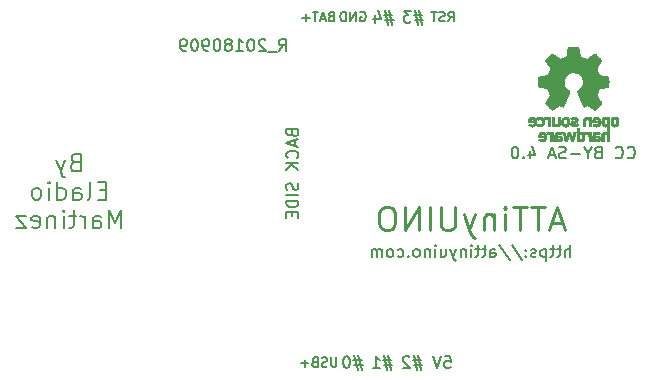
<source format=gbr>
G04 #@! TF.GenerationSoftware,KiCad,Pcbnew,(5.0.0)*
G04 #@! TF.CreationDate,2018-09-11T18:45:28-05:00*
G04 #@! TF.ProjectId,mini-attinyuino,6D696E692D617474696E7975696E6F2E,1.0*
G04 #@! TF.SameCoordinates,Original*
G04 #@! TF.FileFunction,Legend,Bot*
G04 #@! TF.FilePolarity,Positive*
%FSLAX46Y46*%
G04 Gerber Fmt 4.6, Leading zero omitted, Abs format (unit mm)*
G04 Created by KiCad (PCBNEW (5.0.0)) date 09/11/18 18:45:28*
%MOMM*%
%LPD*%
G01*
G04 APERTURE LIST*
%ADD10C,0.127000*%
%ADD11C,0.250000*%
%ADD12C,0.010000*%
G04 APERTURE END LIST*
D10*
X141533781Y-104511100D02*
X141533781Y-103511100D01*
X141105210Y-104511100D02*
X141105210Y-103987291D01*
X141152829Y-103892053D01*
X141248067Y-103844434D01*
X141390924Y-103844434D01*
X141486162Y-103892053D01*
X141533781Y-103939672D01*
X140771877Y-103844434D02*
X140390924Y-103844434D01*
X140629020Y-103511100D02*
X140629020Y-104368243D01*
X140581400Y-104463481D01*
X140486162Y-104511100D01*
X140390924Y-104511100D01*
X140200448Y-103844434D02*
X139819496Y-103844434D01*
X140057591Y-103511100D02*
X140057591Y-104368243D01*
X140009972Y-104463481D01*
X139914734Y-104511100D01*
X139819496Y-104511100D01*
X139486162Y-103844434D02*
X139486162Y-104844434D01*
X139486162Y-103892053D02*
X139390924Y-103844434D01*
X139200448Y-103844434D01*
X139105210Y-103892053D01*
X139057591Y-103939672D01*
X139009972Y-104034910D01*
X139009972Y-104320624D01*
X139057591Y-104415862D01*
X139105210Y-104463481D01*
X139200448Y-104511100D01*
X139390924Y-104511100D01*
X139486162Y-104463481D01*
X138629020Y-104463481D02*
X138533781Y-104511100D01*
X138343305Y-104511100D01*
X138248067Y-104463481D01*
X138200448Y-104368243D01*
X138200448Y-104320624D01*
X138248067Y-104225386D01*
X138343305Y-104177767D01*
X138486162Y-104177767D01*
X138581400Y-104130148D01*
X138629020Y-104034910D01*
X138629020Y-103987291D01*
X138581400Y-103892053D01*
X138486162Y-103844434D01*
X138343305Y-103844434D01*
X138248067Y-103892053D01*
X137771877Y-104415862D02*
X137724258Y-104463481D01*
X137771877Y-104511100D01*
X137819496Y-104463481D01*
X137771877Y-104415862D01*
X137771877Y-104511100D01*
X137771877Y-103892053D02*
X137724258Y-103939672D01*
X137771877Y-103987291D01*
X137819496Y-103939672D01*
X137771877Y-103892053D01*
X137771877Y-103987291D01*
X136581400Y-103463481D02*
X137438543Y-104749196D01*
X135533781Y-103463481D02*
X136390924Y-104749196D01*
X134771877Y-104511100D02*
X134771877Y-103987291D01*
X134819496Y-103892053D01*
X134914734Y-103844434D01*
X135105210Y-103844434D01*
X135200448Y-103892053D01*
X134771877Y-104463481D02*
X134867115Y-104511100D01*
X135105210Y-104511100D01*
X135200448Y-104463481D01*
X135248067Y-104368243D01*
X135248067Y-104273005D01*
X135200448Y-104177767D01*
X135105210Y-104130148D01*
X134867115Y-104130148D01*
X134771877Y-104082529D01*
X134438543Y-103844434D02*
X134057591Y-103844434D01*
X134295686Y-103511100D02*
X134295686Y-104368243D01*
X134248067Y-104463481D01*
X134152829Y-104511100D01*
X134057591Y-104511100D01*
X133867115Y-103844434D02*
X133486162Y-103844434D01*
X133724258Y-103511100D02*
X133724258Y-104368243D01*
X133676639Y-104463481D01*
X133581400Y-104511100D01*
X133486162Y-104511100D01*
X133152829Y-104511100D02*
X133152829Y-103844434D01*
X133152829Y-103511100D02*
X133200448Y-103558720D01*
X133152829Y-103606339D01*
X133105210Y-103558720D01*
X133152829Y-103511100D01*
X133152829Y-103606339D01*
X132676639Y-103844434D02*
X132676639Y-104511100D01*
X132676639Y-103939672D02*
X132629020Y-103892053D01*
X132533781Y-103844434D01*
X132390924Y-103844434D01*
X132295686Y-103892053D01*
X132248067Y-103987291D01*
X132248067Y-104511100D01*
X131867115Y-103844434D02*
X131629020Y-104511100D01*
X131390924Y-103844434D02*
X131629020Y-104511100D01*
X131724258Y-104749196D01*
X131771877Y-104796815D01*
X131867115Y-104844434D01*
X130581400Y-103844434D02*
X130581400Y-104511100D01*
X131009972Y-103844434D02*
X131009972Y-104368243D01*
X130962353Y-104463481D01*
X130867115Y-104511100D01*
X130724258Y-104511100D01*
X130629020Y-104463481D01*
X130581400Y-104415862D01*
X130105210Y-104511100D02*
X130105210Y-103844434D01*
X130105210Y-103511100D02*
X130152829Y-103558720D01*
X130105210Y-103606339D01*
X130057591Y-103558720D01*
X130105210Y-103511100D01*
X130105210Y-103606339D01*
X129629020Y-103844434D02*
X129629020Y-104511100D01*
X129629020Y-103939672D02*
X129581400Y-103892053D01*
X129486162Y-103844434D01*
X129343305Y-103844434D01*
X129248067Y-103892053D01*
X129200448Y-103987291D01*
X129200448Y-104511100D01*
X128581400Y-104511100D02*
X128676639Y-104463481D01*
X128724258Y-104415862D01*
X128771877Y-104320624D01*
X128771877Y-104034910D01*
X128724258Y-103939672D01*
X128676639Y-103892053D01*
X128581400Y-103844434D01*
X128438543Y-103844434D01*
X128343305Y-103892053D01*
X128295686Y-103939672D01*
X128248067Y-104034910D01*
X128248067Y-104320624D01*
X128295686Y-104415862D01*
X128343305Y-104463481D01*
X128438543Y-104511100D01*
X128581400Y-104511100D01*
X127819496Y-104415862D02*
X127771877Y-104463481D01*
X127819496Y-104511100D01*
X127867115Y-104463481D01*
X127819496Y-104415862D01*
X127819496Y-104511100D01*
X126914734Y-104463481D02*
X127009972Y-104511100D01*
X127200448Y-104511100D01*
X127295686Y-104463481D01*
X127343305Y-104415862D01*
X127390924Y-104320624D01*
X127390924Y-104034910D01*
X127343305Y-103939672D01*
X127295686Y-103892053D01*
X127200448Y-103844434D01*
X127009972Y-103844434D01*
X126914734Y-103892053D01*
X126343305Y-104511100D02*
X126438543Y-104463481D01*
X126486162Y-104415862D01*
X126533781Y-104320624D01*
X126533781Y-104034910D01*
X126486162Y-103939672D01*
X126438543Y-103892053D01*
X126343305Y-103844434D01*
X126200448Y-103844434D01*
X126105210Y-103892053D01*
X126057591Y-103939672D01*
X126009972Y-104034910D01*
X126009972Y-104320624D01*
X126057591Y-104415862D01*
X126105210Y-104463481D01*
X126200448Y-104511100D01*
X126343305Y-104511100D01*
X125581400Y-104511100D02*
X125581400Y-103844434D01*
X125581400Y-103939672D02*
X125533781Y-103892053D01*
X125438543Y-103844434D01*
X125295686Y-103844434D01*
X125200448Y-103892053D01*
X125152829Y-103987291D01*
X125152829Y-104511100D01*
X125152829Y-103987291D02*
X125105210Y-103892053D01*
X125009972Y-103844434D01*
X124867115Y-103844434D01*
X124771877Y-103892053D01*
X124724258Y-103987291D01*
X124724258Y-104511100D01*
X121735661Y-113005004D02*
X121735661Y-113652623D01*
X121697566Y-113728814D01*
X121659471Y-113766909D01*
X121583280Y-113805004D01*
X121430900Y-113805004D01*
X121354709Y-113766909D01*
X121316614Y-113728814D01*
X121278519Y-113652623D01*
X121278519Y-113005004D01*
X120935661Y-113766909D02*
X120821376Y-113805004D01*
X120630900Y-113805004D01*
X120554709Y-113766909D01*
X120516614Y-113728814D01*
X120478519Y-113652623D01*
X120478519Y-113576433D01*
X120516614Y-113500242D01*
X120554709Y-113462147D01*
X120630900Y-113424052D01*
X120783280Y-113385957D01*
X120859471Y-113347861D01*
X120897566Y-113309766D01*
X120935661Y-113233576D01*
X120935661Y-113157385D01*
X120897566Y-113081195D01*
X120859471Y-113043100D01*
X120783280Y-113005004D01*
X120592804Y-113005004D01*
X120478519Y-113043100D01*
X119868995Y-113385957D02*
X119754709Y-113424052D01*
X119716614Y-113462147D01*
X119678519Y-113538338D01*
X119678519Y-113652623D01*
X119716614Y-113728814D01*
X119754709Y-113766909D01*
X119830900Y-113805004D01*
X120135661Y-113805004D01*
X120135661Y-113005004D01*
X119868995Y-113005004D01*
X119792804Y-113043100D01*
X119754709Y-113081195D01*
X119716614Y-113157385D01*
X119716614Y-113233576D01*
X119754709Y-113309766D01*
X119792804Y-113347861D01*
X119868995Y-113385957D01*
X120135661Y-113385957D01*
X119335661Y-113500242D02*
X118726138Y-113500242D01*
X119030900Y-113805004D02*
X119030900Y-113195480D01*
X128918554Y-113234814D02*
X128204268Y-113234814D01*
X128632840Y-112806242D02*
X128918554Y-114091957D01*
X128299506Y-113663385D02*
X129013792Y-113663385D01*
X128585220Y-114091957D02*
X128299506Y-112806242D01*
X127918554Y-112996719D02*
X127870935Y-112949100D01*
X127775697Y-112901480D01*
X127537601Y-112901480D01*
X127442363Y-112949100D01*
X127394744Y-112996719D01*
X127347125Y-113091957D01*
X127347125Y-113187195D01*
X127394744Y-113330052D01*
X127966173Y-113901480D01*
X127347125Y-113901480D01*
X130891256Y-112901480D02*
X131367446Y-112901480D01*
X131415065Y-113377671D01*
X131367446Y-113330052D01*
X131272208Y-113282433D01*
X131034113Y-113282433D01*
X130938875Y-113330052D01*
X130891256Y-113377671D01*
X130843637Y-113472909D01*
X130843637Y-113711004D01*
X130891256Y-113806242D01*
X130938875Y-113853861D01*
X131034113Y-113901480D01*
X131272208Y-113901480D01*
X131367446Y-113853861D01*
X131415065Y-113806242D01*
X130557922Y-112901480D02*
X130224589Y-113901480D01*
X129891256Y-112901480D01*
X126381094Y-113234814D02*
X125666808Y-113234814D01*
X126095380Y-112806242D02*
X126381094Y-114091957D01*
X125762046Y-113663385D02*
X126476332Y-113663385D01*
X126047760Y-114091957D02*
X125762046Y-112806242D01*
X124809665Y-113901480D02*
X125381094Y-113901480D01*
X125095380Y-113901480D02*
X125095380Y-112901480D01*
X125190618Y-113044338D01*
X125285856Y-113139576D01*
X125381094Y-113187195D01*
X123874114Y-113234814D02*
X123159828Y-113234814D01*
X123588400Y-112806242D02*
X123874114Y-114091957D01*
X123255066Y-113663385D02*
X123969352Y-113663385D01*
X123540780Y-114091957D02*
X123255066Y-112806242D01*
X122636019Y-112901480D02*
X122540780Y-112901480D01*
X122445542Y-112949100D01*
X122397923Y-112996719D01*
X122350304Y-113091957D01*
X122302685Y-113282433D01*
X122302685Y-113520528D01*
X122350304Y-113711004D01*
X122397923Y-113806242D01*
X122445542Y-113853861D01*
X122540780Y-113901480D01*
X122636019Y-113901480D01*
X122731257Y-113853861D01*
X122778876Y-113806242D01*
X122826495Y-113711004D01*
X122874114Y-113520528D01*
X122874114Y-113282433D01*
X122826495Y-113091957D01*
X122778876Y-112996719D01*
X122731257Y-112949100D01*
X122636019Y-112901480D01*
X121283594Y-84145477D02*
X121169308Y-84183572D01*
X121131213Y-84221667D01*
X121093118Y-84297858D01*
X121093118Y-84412143D01*
X121131213Y-84488334D01*
X121169308Y-84526429D01*
X121245499Y-84564524D01*
X121550260Y-84564524D01*
X121550260Y-83764524D01*
X121283594Y-83764524D01*
X121207403Y-83802620D01*
X121169308Y-83840715D01*
X121131213Y-83916905D01*
X121131213Y-83993096D01*
X121169308Y-84069286D01*
X121207403Y-84107381D01*
X121283594Y-84145477D01*
X121550260Y-84145477D01*
X120788356Y-84335953D02*
X120407403Y-84335953D01*
X120864546Y-84564524D02*
X120597880Y-83764524D01*
X120331213Y-84564524D01*
X120178832Y-83764524D02*
X119721689Y-83764524D01*
X119950260Y-84564524D02*
X119950260Y-83764524D01*
X119455022Y-84259762D02*
X118845499Y-84259762D01*
X119150260Y-84564524D02*
X119150260Y-83955000D01*
X131202375Y-84564524D02*
X131469041Y-84183572D01*
X131659518Y-84564524D02*
X131659518Y-83764524D01*
X131354756Y-83764524D01*
X131278565Y-83802620D01*
X131240470Y-83840715D01*
X131202375Y-83916905D01*
X131202375Y-84031191D01*
X131240470Y-84107381D01*
X131278565Y-84145477D01*
X131354756Y-84183572D01*
X131659518Y-84183572D01*
X130897613Y-84526429D02*
X130783327Y-84564524D01*
X130592851Y-84564524D01*
X130516660Y-84526429D01*
X130478565Y-84488334D01*
X130440470Y-84412143D01*
X130440470Y-84335953D01*
X130478565Y-84259762D01*
X130516660Y-84221667D01*
X130592851Y-84183572D01*
X130745232Y-84145477D01*
X130821422Y-84107381D01*
X130859518Y-84069286D01*
X130897613Y-83993096D01*
X130897613Y-83916905D01*
X130859518Y-83840715D01*
X130821422Y-83802620D01*
X130745232Y-83764524D01*
X130554756Y-83764524D01*
X130440470Y-83802620D01*
X130211899Y-83764524D02*
X129754756Y-83764524D01*
X129983327Y-84564524D02*
X129983327Y-83764524D01*
X123751263Y-83802620D02*
X123827454Y-83764524D01*
X123941740Y-83764524D01*
X124056025Y-83802620D01*
X124132216Y-83878810D01*
X124170311Y-83955000D01*
X124208406Y-84107381D01*
X124208406Y-84221667D01*
X124170311Y-84374048D01*
X124132216Y-84450239D01*
X124056025Y-84526429D01*
X123941740Y-84564524D01*
X123865549Y-84564524D01*
X123751263Y-84526429D01*
X123713168Y-84488334D01*
X123713168Y-84221667D01*
X123865549Y-84221667D01*
X123370311Y-84564524D02*
X123370311Y-83764524D01*
X122913168Y-84564524D01*
X122913168Y-83764524D01*
X122532216Y-84564524D02*
X122532216Y-83764524D01*
X122341740Y-83764524D01*
X122227454Y-83802620D01*
X122151263Y-83878810D01*
X122113168Y-83955000D01*
X122075073Y-84107381D01*
X122075073Y-84221667D01*
X122113168Y-84374048D01*
X122151263Y-84450239D01*
X122227454Y-84526429D01*
X122341740Y-84564524D01*
X122532216Y-84564524D01*
X126472534Y-83994334D02*
X125758248Y-83994334D01*
X126186820Y-83565762D02*
X126472534Y-84851477D01*
X125853486Y-84422905D02*
X126567772Y-84422905D01*
X126139200Y-84851477D02*
X125853486Y-83565762D01*
X124996343Y-83994334D02*
X124996343Y-84661000D01*
X125234439Y-83613381D02*
X125472534Y-84327667D01*
X124853486Y-84327667D01*
X128989674Y-83994334D02*
X128275388Y-83994334D01*
X128703960Y-83565762D02*
X128989674Y-84851477D01*
X128370626Y-84422905D02*
X129084912Y-84422905D01*
X128656340Y-84851477D02*
X128370626Y-83565762D01*
X128037293Y-83661000D02*
X127418245Y-83661000D01*
X127751579Y-84041953D01*
X127608721Y-84041953D01*
X127513483Y-84089572D01*
X127465864Y-84137191D01*
X127418245Y-84232429D01*
X127418245Y-84470524D01*
X127465864Y-84565762D01*
X127513483Y-84613381D01*
X127608721Y-84661000D01*
X127894436Y-84661000D01*
X127989674Y-84613381D01*
X128037293Y-84565762D01*
X117980151Y-94016938D02*
X118027770Y-94159795D01*
X118075389Y-94207414D01*
X118170627Y-94255033D01*
X118313484Y-94255033D01*
X118408722Y-94207414D01*
X118456341Y-94159795D01*
X118503960Y-94064557D01*
X118503960Y-93683604D01*
X117503960Y-93683604D01*
X117503960Y-94016938D01*
X117551580Y-94112176D01*
X117599199Y-94159795D01*
X117694437Y-94207414D01*
X117789675Y-94207414D01*
X117884913Y-94159795D01*
X117932532Y-94112176D01*
X117980151Y-94016938D01*
X117980151Y-93683604D01*
X118218246Y-94635985D02*
X118218246Y-95112176D01*
X118503960Y-94540747D02*
X117503960Y-94874080D01*
X118503960Y-95207414D01*
X118408722Y-96112176D02*
X118456341Y-96064557D01*
X118503960Y-95921700D01*
X118503960Y-95826461D01*
X118456341Y-95683604D01*
X118361103Y-95588366D01*
X118265865Y-95540747D01*
X118075389Y-95493128D01*
X117932532Y-95493128D01*
X117742056Y-95540747D01*
X117646818Y-95588366D01*
X117551580Y-95683604D01*
X117503960Y-95826461D01*
X117503960Y-95921700D01*
X117551580Y-96064557D01*
X117599199Y-96112176D01*
X118503960Y-96540747D02*
X117503960Y-96540747D01*
X118503960Y-97112176D02*
X117932532Y-96683604D01*
X117503960Y-97112176D02*
X118075389Y-96540747D01*
X118456341Y-98255033D02*
X118503960Y-98397890D01*
X118503960Y-98635985D01*
X118456341Y-98731223D01*
X118408722Y-98778842D01*
X118313484Y-98826461D01*
X118218246Y-98826461D01*
X118123008Y-98778842D01*
X118075389Y-98731223D01*
X118027770Y-98635985D01*
X117980151Y-98445509D01*
X117932532Y-98350271D01*
X117884913Y-98302652D01*
X117789675Y-98255033D01*
X117694437Y-98255033D01*
X117599199Y-98302652D01*
X117551580Y-98350271D01*
X117503960Y-98445509D01*
X117503960Y-98683604D01*
X117551580Y-98826461D01*
X118503960Y-99255033D02*
X117503960Y-99255033D01*
X118503960Y-99731223D02*
X117503960Y-99731223D01*
X117503960Y-99969319D01*
X117551580Y-100112176D01*
X117646818Y-100207414D01*
X117742056Y-100255033D01*
X117932532Y-100302652D01*
X118075389Y-100302652D01*
X118265865Y-100255033D01*
X118361103Y-100207414D01*
X118456341Y-100112176D01*
X118503960Y-99969319D01*
X118503960Y-99731223D01*
X117980151Y-100731223D02*
X117980151Y-101064557D01*
X118503960Y-101207414D02*
X118503960Y-100731223D01*
X117503960Y-100731223D01*
X117503960Y-101207414D01*
X116860152Y-87061300D02*
X117193485Y-86585110D01*
X117431580Y-87061300D02*
X117431580Y-86061300D01*
X117050628Y-86061300D01*
X116955390Y-86108920D01*
X116907771Y-86156539D01*
X116860152Y-86251777D01*
X116860152Y-86394634D01*
X116907771Y-86489872D01*
X116955390Y-86537491D01*
X117050628Y-86585110D01*
X117431580Y-86585110D01*
X116669676Y-87156539D02*
X115907771Y-87156539D01*
X115717295Y-86156539D02*
X115669676Y-86108920D01*
X115574438Y-86061300D01*
X115336342Y-86061300D01*
X115241104Y-86108920D01*
X115193485Y-86156539D01*
X115145866Y-86251777D01*
X115145866Y-86347015D01*
X115193485Y-86489872D01*
X115764914Y-87061300D01*
X115145866Y-87061300D01*
X114526819Y-86061300D02*
X114431580Y-86061300D01*
X114336342Y-86108920D01*
X114288723Y-86156539D01*
X114241104Y-86251777D01*
X114193485Y-86442253D01*
X114193485Y-86680348D01*
X114241104Y-86870824D01*
X114288723Y-86966062D01*
X114336342Y-87013681D01*
X114431580Y-87061300D01*
X114526819Y-87061300D01*
X114622057Y-87013681D01*
X114669676Y-86966062D01*
X114717295Y-86870824D01*
X114764914Y-86680348D01*
X114764914Y-86442253D01*
X114717295Y-86251777D01*
X114669676Y-86156539D01*
X114622057Y-86108920D01*
X114526819Y-86061300D01*
X113241104Y-87061300D02*
X113812533Y-87061300D01*
X113526819Y-87061300D02*
X113526819Y-86061300D01*
X113622057Y-86204158D01*
X113717295Y-86299396D01*
X113812533Y-86347015D01*
X112669676Y-86489872D02*
X112764914Y-86442253D01*
X112812533Y-86394634D01*
X112860152Y-86299396D01*
X112860152Y-86251777D01*
X112812533Y-86156539D01*
X112764914Y-86108920D01*
X112669676Y-86061300D01*
X112479200Y-86061300D01*
X112383961Y-86108920D01*
X112336342Y-86156539D01*
X112288723Y-86251777D01*
X112288723Y-86299396D01*
X112336342Y-86394634D01*
X112383961Y-86442253D01*
X112479200Y-86489872D01*
X112669676Y-86489872D01*
X112764914Y-86537491D01*
X112812533Y-86585110D01*
X112860152Y-86680348D01*
X112860152Y-86870824D01*
X112812533Y-86966062D01*
X112764914Y-87013681D01*
X112669676Y-87061300D01*
X112479200Y-87061300D01*
X112383961Y-87013681D01*
X112336342Y-86966062D01*
X112288723Y-86870824D01*
X112288723Y-86680348D01*
X112336342Y-86585110D01*
X112383961Y-86537491D01*
X112479200Y-86489872D01*
X111669676Y-86061300D02*
X111574438Y-86061300D01*
X111479200Y-86108920D01*
X111431580Y-86156539D01*
X111383961Y-86251777D01*
X111336342Y-86442253D01*
X111336342Y-86680348D01*
X111383961Y-86870824D01*
X111431580Y-86966062D01*
X111479200Y-87013681D01*
X111574438Y-87061300D01*
X111669676Y-87061300D01*
X111764914Y-87013681D01*
X111812533Y-86966062D01*
X111860152Y-86870824D01*
X111907771Y-86680348D01*
X111907771Y-86442253D01*
X111860152Y-86251777D01*
X111812533Y-86156539D01*
X111764914Y-86108920D01*
X111669676Y-86061300D01*
X110860152Y-87061300D02*
X110669676Y-87061300D01*
X110574438Y-87013681D01*
X110526819Y-86966062D01*
X110431580Y-86823205D01*
X110383961Y-86632729D01*
X110383961Y-86251777D01*
X110431580Y-86156539D01*
X110479200Y-86108920D01*
X110574438Y-86061300D01*
X110764914Y-86061300D01*
X110860152Y-86108920D01*
X110907771Y-86156539D01*
X110955390Y-86251777D01*
X110955390Y-86489872D01*
X110907771Y-86585110D01*
X110860152Y-86632729D01*
X110764914Y-86680348D01*
X110574438Y-86680348D01*
X110479200Y-86632729D01*
X110431580Y-86585110D01*
X110383961Y-86489872D01*
X109764914Y-86061300D02*
X109669676Y-86061300D01*
X109574438Y-86108920D01*
X109526819Y-86156539D01*
X109479200Y-86251777D01*
X109431580Y-86442253D01*
X109431580Y-86680348D01*
X109479200Y-86870824D01*
X109526819Y-86966062D01*
X109574438Y-87013681D01*
X109669676Y-87061300D01*
X109764914Y-87061300D01*
X109860152Y-87013681D01*
X109907771Y-86966062D01*
X109955390Y-86870824D01*
X110003009Y-86680348D01*
X110003009Y-86442253D01*
X109955390Y-86251777D01*
X109907771Y-86156539D01*
X109860152Y-86108920D01*
X109764914Y-86061300D01*
X108955390Y-87061300D02*
X108764914Y-87061300D01*
X108669676Y-87013681D01*
X108622057Y-86966062D01*
X108526819Y-86823205D01*
X108479200Y-86632729D01*
X108479200Y-86251777D01*
X108526819Y-86156539D01*
X108574438Y-86108920D01*
X108669676Y-86061300D01*
X108860152Y-86061300D01*
X108955390Y-86108920D01*
X109003009Y-86156539D01*
X109050628Y-86251777D01*
X109050628Y-86489872D01*
X109003009Y-86585110D01*
X108955390Y-86632729D01*
X108860152Y-86680348D01*
X108669676Y-86680348D01*
X108574438Y-86632729D01*
X108526819Y-86585110D01*
X108479200Y-86489872D01*
X146378993Y-96069422D02*
X146426612Y-96117041D01*
X146569469Y-96164660D01*
X146664707Y-96164660D01*
X146807564Y-96117041D01*
X146902802Y-96021803D01*
X146950421Y-95926565D01*
X146998040Y-95736089D01*
X146998040Y-95593232D01*
X146950421Y-95402756D01*
X146902802Y-95307518D01*
X146807564Y-95212280D01*
X146664707Y-95164660D01*
X146569469Y-95164660D01*
X146426612Y-95212280D01*
X146378993Y-95259899D01*
X145378993Y-96069422D02*
X145426612Y-96117041D01*
X145569469Y-96164660D01*
X145664707Y-96164660D01*
X145807564Y-96117041D01*
X145902802Y-96021803D01*
X145950421Y-95926565D01*
X145998040Y-95736089D01*
X145998040Y-95593232D01*
X145950421Y-95402756D01*
X145902802Y-95307518D01*
X145807564Y-95212280D01*
X145664707Y-95164660D01*
X145569469Y-95164660D01*
X145426612Y-95212280D01*
X145378993Y-95259899D01*
X143855183Y-95640851D02*
X143712326Y-95688470D01*
X143664707Y-95736089D01*
X143617088Y-95831327D01*
X143617088Y-95974184D01*
X143664707Y-96069422D01*
X143712326Y-96117041D01*
X143807564Y-96164660D01*
X144188516Y-96164660D01*
X144188516Y-95164660D01*
X143855183Y-95164660D01*
X143759945Y-95212280D01*
X143712326Y-95259899D01*
X143664707Y-95355137D01*
X143664707Y-95450375D01*
X143712326Y-95545613D01*
X143759945Y-95593232D01*
X143855183Y-95640851D01*
X144188516Y-95640851D01*
X142998040Y-95688470D02*
X142998040Y-96164660D01*
X143331374Y-95164660D02*
X142998040Y-95688470D01*
X142664707Y-95164660D01*
X142331374Y-95783708D02*
X141569469Y-95783708D01*
X141140897Y-96117041D02*
X140998040Y-96164660D01*
X140759945Y-96164660D01*
X140664707Y-96117041D01*
X140617088Y-96069422D01*
X140569469Y-95974184D01*
X140569469Y-95878946D01*
X140617088Y-95783708D01*
X140664707Y-95736089D01*
X140759945Y-95688470D01*
X140950421Y-95640851D01*
X141045659Y-95593232D01*
X141093278Y-95545613D01*
X141140897Y-95450375D01*
X141140897Y-95355137D01*
X141093278Y-95259899D01*
X141045659Y-95212280D01*
X140950421Y-95164660D01*
X140712326Y-95164660D01*
X140569469Y-95212280D01*
X140188516Y-95878946D02*
X139712326Y-95878946D01*
X140283755Y-96164660D02*
X139950421Y-95164660D01*
X139617088Y-96164660D01*
X138093278Y-95497994D02*
X138093278Y-96164660D01*
X138331374Y-95117041D02*
X138569469Y-95831327D01*
X137950421Y-95831327D01*
X137569469Y-96069422D02*
X137521850Y-96117041D01*
X137569469Y-96164660D01*
X137617088Y-96117041D01*
X137569469Y-96069422D01*
X137569469Y-96164660D01*
X136902802Y-95164660D02*
X136807564Y-95164660D01*
X136712326Y-95212280D01*
X136664707Y-95259899D01*
X136617088Y-95355137D01*
X136569469Y-95545613D01*
X136569469Y-95783708D01*
X136617088Y-95974184D01*
X136664707Y-96069422D01*
X136712326Y-96117041D01*
X136807564Y-96164660D01*
X136902802Y-96164660D01*
X136998040Y-96117041D01*
X137045659Y-96069422D01*
X137093278Y-95974184D01*
X137140897Y-95783708D01*
X137140897Y-95545613D01*
X137093278Y-95355137D01*
X137045659Y-95259899D01*
X136998040Y-95212280D01*
X136902802Y-95164660D01*
X99590325Y-96479337D02*
X99376040Y-96550765D01*
X99304611Y-96622194D01*
X99233182Y-96765051D01*
X99233182Y-96979337D01*
X99304611Y-97122194D01*
X99376040Y-97193622D01*
X99518897Y-97265051D01*
X100090325Y-97265051D01*
X100090325Y-95765051D01*
X99590325Y-95765051D01*
X99447468Y-95836480D01*
X99376040Y-95907908D01*
X99304611Y-96050765D01*
X99304611Y-96193622D01*
X99376040Y-96336480D01*
X99447468Y-96407908D01*
X99590325Y-96479337D01*
X100090325Y-96479337D01*
X98733182Y-96265051D02*
X98376040Y-97265051D01*
X98018897Y-96265051D02*
X98376040Y-97265051D01*
X98518897Y-97622194D01*
X98590325Y-97693622D01*
X98733182Y-97765051D01*
X102233182Y-98856337D02*
X101733182Y-98856337D01*
X101518897Y-99642051D02*
X102233182Y-99642051D01*
X102233182Y-98142051D01*
X101518897Y-98142051D01*
X100661754Y-99642051D02*
X100804611Y-99570622D01*
X100876040Y-99427765D01*
X100876040Y-98142051D01*
X99447468Y-99642051D02*
X99447468Y-98856337D01*
X99518897Y-98713480D01*
X99661754Y-98642051D01*
X99947468Y-98642051D01*
X100090325Y-98713480D01*
X99447468Y-99570622D02*
X99590325Y-99642051D01*
X99947468Y-99642051D01*
X100090325Y-99570622D01*
X100161754Y-99427765D01*
X100161754Y-99284908D01*
X100090325Y-99142051D01*
X99947468Y-99070622D01*
X99590325Y-99070622D01*
X99447468Y-98999194D01*
X98090325Y-99642051D02*
X98090325Y-98142051D01*
X98090325Y-99570622D02*
X98233182Y-99642051D01*
X98518897Y-99642051D01*
X98661754Y-99570622D01*
X98733182Y-99499194D01*
X98804611Y-99356337D01*
X98804611Y-98927765D01*
X98733182Y-98784908D01*
X98661754Y-98713480D01*
X98518897Y-98642051D01*
X98233182Y-98642051D01*
X98090325Y-98713480D01*
X97376040Y-99642051D02*
X97376040Y-98642051D01*
X97376040Y-98142051D02*
X97447468Y-98213480D01*
X97376040Y-98284908D01*
X97304611Y-98213480D01*
X97376040Y-98142051D01*
X97376040Y-98284908D01*
X96447468Y-99642051D02*
X96590325Y-99570622D01*
X96661754Y-99499194D01*
X96733182Y-99356337D01*
X96733182Y-98927765D01*
X96661754Y-98784908D01*
X96590325Y-98713480D01*
X96447468Y-98642051D01*
X96233182Y-98642051D01*
X96090325Y-98713480D01*
X96018897Y-98784908D01*
X95947468Y-98927765D01*
X95947468Y-99356337D01*
X96018897Y-99499194D01*
X96090325Y-99570622D01*
X96233182Y-99642051D01*
X96447468Y-99642051D01*
X103483182Y-102019051D02*
X103483182Y-100519051D01*
X102983182Y-101590480D01*
X102483182Y-100519051D01*
X102483182Y-102019051D01*
X101126040Y-102019051D02*
X101126040Y-101233337D01*
X101197468Y-101090480D01*
X101340325Y-101019051D01*
X101626040Y-101019051D01*
X101768897Y-101090480D01*
X101126040Y-101947622D02*
X101268897Y-102019051D01*
X101626040Y-102019051D01*
X101768897Y-101947622D01*
X101840325Y-101804765D01*
X101840325Y-101661908D01*
X101768897Y-101519051D01*
X101626040Y-101447622D01*
X101268897Y-101447622D01*
X101126040Y-101376194D01*
X100411754Y-102019051D02*
X100411754Y-101019051D01*
X100411754Y-101304765D02*
X100340325Y-101161908D01*
X100268897Y-101090480D01*
X100126040Y-101019051D01*
X99983182Y-101019051D01*
X99697468Y-101019051D02*
X99126040Y-101019051D01*
X99483182Y-100519051D02*
X99483182Y-101804765D01*
X99411754Y-101947622D01*
X99268897Y-102019051D01*
X99126040Y-102019051D01*
X98626040Y-102019051D02*
X98626040Y-101019051D01*
X98626040Y-100519051D02*
X98697468Y-100590480D01*
X98626040Y-100661908D01*
X98554611Y-100590480D01*
X98626040Y-100519051D01*
X98626040Y-100661908D01*
X97911754Y-101019051D02*
X97911754Y-102019051D01*
X97911754Y-101161908D02*
X97840325Y-101090480D01*
X97697468Y-101019051D01*
X97483182Y-101019051D01*
X97340325Y-101090480D01*
X97268897Y-101233337D01*
X97268897Y-102019051D01*
X95983182Y-101947622D02*
X96126040Y-102019051D01*
X96411754Y-102019051D01*
X96554611Y-101947622D01*
X96626040Y-101804765D01*
X96626040Y-101233337D01*
X96554611Y-101090480D01*
X96411754Y-101019051D01*
X96126040Y-101019051D01*
X95983182Y-101090480D01*
X95911754Y-101233337D01*
X95911754Y-101376194D01*
X96626040Y-101519051D01*
X95411754Y-101019051D02*
X94626040Y-101019051D01*
X95411754Y-102019051D01*
X94626040Y-102019051D01*
D11*
X140890924Y-101661553D02*
X139938543Y-101661553D01*
X141081400Y-102232981D02*
X140414734Y-100232981D01*
X139748067Y-102232981D01*
X139367115Y-100232981D02*
X138224258Y-100232981D01*
X138795686Y-102232981D02*
X138795686Y-100232981D01*
X137843305Y-100232981D02*
X136700448Y-100232981D01*
X137271877Y-102232981D02*
X137271877Y-100232981D01*
X136033781Y-102232981D02*
X136033781Y-100899648D01*
X136033781Y-100232981D02*
X136129020Y-100328220D01*
X136033781Y-100423458D01*
X135938543Y-100328220D01*
X136033781Y-100232981D01*
X136033781Y-100423458D01*
X135081400Y-100899648D02*
X135081400Y-102232981D01*
X135081400Y-101090124D02*
X134986162Y-100994886D01*
X134795686Y-100899648D01*
X134509972Y-100899648D01*
X134319496Y-100994886D01*
X134224258Y-101185362D01*
X134224258Y-102232981D01*
X133462353Y-100899648D02*
X132986162Y-102232981D01*
X132509972Y-100899648D02*
X132986162Y-102232981D01*
X133176639Y-102709172D01*
X133271877Y-102804410D01*
X133462353Y-102899648D01*
X131748067Y-100232981D02*
X131748067Y-101852029D01*
X131652829Y-102042505D01*
X131557591Y-102137743D01*
X131367115Y-102232981D01*
X130986162Y-102232981D01*
X130795686Y-102137743D01*
X130700448Y-102042505D01*
X130605210Y-101852029D01*
X130605210Y-100232981D01*
X129652829Y-102232981D02*
X129652829Y-100232981D01*
X128700448Y-102232981D02*
X128700448Y-100232981D01*
X127557591Y-102232981D01*
X127557591Y-100232981D01*
X126224258Y-100232981D02*
X125843305Y-100232981D01*
X125652829Y-100328220D01*
X125462353Y-100518696D01*
X125367115Y-100899648D01*
X125367115Y-101566315D01*
X125462353Y-101947267D01*
X125652829Y-102137743D01*
X125843305Y-102232981D01*
X126224258Y-102232981D01*
X126414734Y-102137743D01*
X126605210Y-101947267D01*
X126700448Y-101566315D01*
X126700448Y-100899648D01*
X126605210Y-100518696D01*
X126414734Y-100328220D01*
X126224258Y-100232981D01*
D12*
G04 #@! TO.C,REF02*
G36*
X141291996Y-87104516D02*
X141216447Y-87505262D01*
X140658919Y-87735094D01*
X140324495Y-87507688D01*
X140230838Y-87444371D01*
X140146178Y-87387836D01*
X140074465Y-87340667D01*
X140019649Y-87305442D01*
X139985680Y-87284745D01*
X139976430Y-87280282D01*
X139959765Y-87291760D01*
X139924154Y-87323491D01*
X139873589Y-87371423D01*
X139812060Y-87431502D01*
X139743561Y-87499673D01*
X139672081Y-87571885D01*
X139601613Y-87644082D01*
X139536149Y-87712213D01*
X139479680Y-87772223D01*
X139436197Y-87820059D01*
X139409692Y-87851667D01*
X139403355Y-87862245D01*
X139412474Y-87881746D01*
X139438040Y-87924471D01*
X139477363Y-87986238D01*
X139527757Y-88062871D01*
X139586533Y-88150188D01*
X139620592Y-88199992D01*
X139682671Y-88290933D01*
X139737834Y-88372999D01*
X139783406Y-88442103D01*
X139816710Y-88494162D01*
X139835070Y-88525090D01*
X139837829Y-88531590D01*
X139831575Y-88550061D01*
X139814526Y-88593112D01*
X139789257Y-88654689D01*
X139758338Y-88728739D01*
X139724342Y-88809210D01*
X139689842Y-88890047D01*
X139657409Y-88965198D01*
X139629617Y-89028611D01*
X139609037Y-89074233D01*
X139598241Y-89096009D01*
X139597604Y-89096866D01*
X139580653Y-89101024D01*
X139535509Y-89110301D01*
X139466850Y-89123784D01*
X139379358Y-89140561D01*
X139277710Y-89159721D01*
X139218404Y-89170770D01*
X139109788Y-89191450D01*
X139011683Y-89211129D01*
X138929051Y-89228729D01*
X138866856Y-89243173D01*
X138830061Y-89253386D01*
X138822664Y-89256626D01*
X138815420Y-89278557D01*
X138809575Y-89328087D01*
X138805125Y-89399425D01*
X138802067Y-89486779D01*
X138800395Y-89584357D01*
X138800107Y-89686366D01*
X138801199Y-89787015D01*
X138803666Y-89880512D01*
X138807504Y-89961065D01*
X138812710Y-90022882D01*
X138819279Y-90060170D01*
X138823219Y-90067933D01*
X138846772Y-90077238D01*
X138896678Y-90090540D01*
X138966337Y-90106277D01*
X139049147Y-90122886D01*
X139078055Y-90128259D01*
X139217429Y-90153788D01*
X139327524Y-90174348D01*
X139411978Y-90190755D01*
X139474430Y-90203827D01*
X139518516Y-90214381D01*
X139547875Y-90223234D01*
X139566145Y-90231203D01*
X139576962Y-90239105D01*
X139578475Y-90240667D01*
X139593583Y-90265826D01*
X139616631Y-90314790D01*
X139645316Y-90381561D01*
X139677338Y-90460145D01*
X139710395Y-90544547D01*
X139742187Y-90628770D01*
X139770411Y-90706819D01*
X139792767Y-90772699D01*
X139806953Y-90820413D01*
X139810667Y-90843967D01*
X139810358Y-90844792D01*
X139797771Y-90864044D01*
X139769216Y-90906403D01*
X139727693Y-90967461D01*
X139676204Y-91042808D01*
X139617749Y-91128036D01*
X139601102Y-91152255D01*
X139541745Y-91240063D01*
X139489513Y-91320178D01*
X139447252Y-91388002D01*
X139417807Y-91438933D01*
X139404023Y-91468371D01*
X139403355Y-91471988D01*
X139414936Y-91490997D01*
X139446936Y-91528654D01*
X139495242Y-91580913D01*
X139555740Y-91643726D01*
X139624316Y-91713046D01*
X139696856Y-91784825D01*
X139769248Y-91855017D01*
X139837376Y-91919575D01*
X139897128Y-91974450D01*
X139944389Y-92015596D01*
X139975047Y-92038966D01*
X139983528Y-92042782D01*
X140003269Y-92033795D01*
X140043686Y-92009556D01*
X140098197Y-91974149D01*
X140140137Y-91945651D01*
X140216131Y-91893358D01*
X140306126Y-91831785D01*
X140396396Y-91770310D01*
X140444928Y-91737409D01*
X140609198Y-91626299D01*
X140747091Y-91700856D01*
X140809911Y-91733518D01*
X140863331Y-91758906D01*
X140899476Y-91773386D01*
X140908676Y-91775400D01*
X140919739Y-91760524D01*
X140941566Y-91718487D01*
X140972526Y-91653167D01*
X141010990Y-91568440D01*
X141055328Y-91468185D01*
X141103913Y-91356279D01*
X141155114Y-91236599D01*
X141207301Y-91113024D01*
X141258847Y-90989431D01*
X141308120Y-90869697D01*
X141353493Y-90757699D01*
X141393335Y-90657317D01*
X141426018Y-90572426D01*
X141449911Y-90506905D01*
X141463386Y-90464630D01*
X141465554Y-90450112D01*
X141448377Y-90431593D01*
X141410770Y-90401530D01*
X141360594Y-90366172D01*
X141356382Y-90363374D01*
X141226696Y-90259565D01*
X141122126Y-90138455D01*
X141043579Y-90003916D01*
X140991961Y-89859822D01*
X140968178Y-89710045D01*
X140973137Y-89558457D01*
X141007743Y-89408932D01*
X141072903Y-89265340D01*
X141092074Y-89233924D01*
X141191786Y-89107065D01*
X141309583Y-89005195D01*
X141441389Y-88928844D01*
X141583127Y-88878542D01*
X141730718Y-88854819D01*
X141880087Y-88858205D01*
X142027157Y-88889228D01*
X142167849Y-88948420D01*
X142298087Y-89036309D01*
X142338374Y-89071982D01*
X142440905Y-89183646D01*
X142515619Y-89301197D01*
X142566870Y-89432960D01*
X142595414Y-89563447D01*
X142602460Y-89710156D01*
X142578964Y-89857593D01*
X142527311Y-90000774D01*
X142449889Y-90134717D01*
X142349085Y-90254438D01*
X142227284Y-90354954D01*
X142211276Y-90365549D01*
X142160562Y-90400246D01*
X142122010Y-90430310D01*
X142103579Y-90449505D01*
X142103311Y-90450112D01*
X142107268Y-90470876D01*
X142122953Y-90518002D01*
X142148738Y-90587613D01*
X142182991Y-90675833D01*
X142224083Y-90778784D01*
X142270384Y-90892590D01*
X142320264Y-91013375D01*
X142372093Y-91137261D01*
X142424241Y-91260372D01*
X142475078Y-91378831D01*
X142522973Y-91488763D01*
X142566298Y-91586289D01*
X142603422Y-91667533D01*
X142632716Y-91728619D01*
X142652548Y-91765670D01*
X142660534Y-91775400D01*
X142684939Y-91767823D01*
X142730602Y-91747500D01*
X142789650Y-91718065D01*
X142822120Y-91700856D01*
X142960013Y-91626299D01*
X143124283Y-91737409D01*
X143208139Y-91794330D01*
X143299947Y-91856970D01*
X143385980Y-91915951D01*
X143429073Y-91945651D01*
X143489683Y-91986350D01*
X143541005Y-92018603D01*
X143576345Y-92038324D01*
X143587823Y-92042494D01*
X143604530Y-92031247D01*
X143641506Y-91999851D01*
X143695165Y-91951564D01*
X143761922Y-91889648D01*
X143838194Y-91817361D01*
X143886433Y-91770948D01*
X143970827Y-91688027D01*
X144043763Y-91613860D01*
X144102291Y-91551620D01*
X144143463Y-91504481D01*
X144164332Y-91475613D01*
X144166334Y-91469755D01*
X144157043Y-91447472D01*
X144131369Y-91402417D01*
X144092160Y-91339151D01*
X144042263Y-91262235D01*
X143984527Y-91176232D01*
X143968109Y-91152255D01*
X143908283Y-91065110D01*
X143854610Y-90986650D01*
X143810090Y-90921285D01*
X143777725Y-90873424D01*
X143760515Y-90847475D01*
X143758853Y-90844792D01*
X143761339Y-90824112D01*
X143774537Y-90778644D01*
X143796146Y-90714384D01*
X143823864Y-90637327D01*
X143855390Y-90553469D01*
X143888423Y-90468806D01*
X143920661Y-90389332D01*
X143949803Y-90321044D01*
X143973548Y-90269937D01*
X143989595Y-90242007D01*
X143990735Y-90240667D01*
X144000548Y-90232685D01*
X144017121Y-90224791D01*
X144044092Y-90216169D01*
X144085099Y-90206002D01*
X144143780Y-90193471D01*
X144223773Y-90177761D01*
X144328715Y-90158053D01*
X144462245Y-90133532D01*
X144491156Y-90128259D01*
X144576842Y-90111704D01*
X144651542Y-90095509D01*
X144708654Y-90081236D01*
X144741577Y-90070448D01*
X144745991Y-90067933D01*
X144753266Y-90045636D01*
X144759179Y-89995809D01*
X144763726Y-89924244D01*
X144766905Y-89836733D01*
X144768709Y-89739068D01*
X144769137Y-89637041D01*
X144768183Y-89536443D01*
X144765844Y-89443067D01*
X144762116Y-89362705D01*
X144756994Y-89301149D01*
X144750476Y-89264190D01*
X144746546Y-89256626D01*
X144724668Y-89248996D01*
X144674851Y-89236582D01*
X144602057Y-89220462D01*
X144511249Y-89201713D01*
X144407391Y-89181411D01*
X144350806Y-89170770D01*
X144243446Y-89150700D01*
X144147706Y-89132520D01*
X144068266Y-89117139D01*
X144009806Y-89105471D01*
X143977005Y-89098428D01*
X143971606Y-89096866D01*
X143962482Y-89079262D01*
X143943195Y-89036858D01*
X143916315Y-88975712D01*
X143884414Y-88901883D01*
X143850062Y-88821429D01*
X143815831Y-88740408D01*
X143784291Y-88664877D01*
X143758014Y-88600895D01*
X143739571Y-88554520D01*
X143731531Y-88531809D01*
X143731382Y-88530816D01*
X143740495Y-88512901D01*
X143766046Y-88471673D01*
X143805348Y-88411231D01*
X143855717Y-88335671D01*
X143914466Y-88249092D01*
X143948618Y-88199361D01*
X144010850Y-88108176D01*
X144066124Y-88025389D01*
X144111742Y-87955189D01*
X144145008Y-87901764D01*
X144163224Y-87869301D01*
X144165855Y-87862023D01*
X144154546Y-87845085D01*
X144123279Y-87808918D01*
X144076050Y-87757575D01*
X144016852Y-87695107D01*
X143949679Y-87625566D01*
X143878526Y-87553005D01*
X143807386Y-87481475D01*
X143740253Y-87415027D01*
X143681121Y-87357714D01*
X143633985Y-87313587D01*
X143602837Y-87286699D01*
X143592417Y-87280282D01*
X143575451Y-87289305D01*
X143534871Y-87314655D01*
X143474623Y-87353750D01*
X143398653Y-87404011D01*
X143310906Y-87462857D01*
X143244716Y-87507688D01*
X142910292Y-87735094D01*
X142631527Y-87620178D01*
X142352763Y-87505262D01*
X142277214Y-87104516D01*
X142201666Y-86703769D01*
X141367545Y-86703769D01*
X141291996Y-87104516D01*
X141291996Y-87104516D01*
G37*
X141291996Y-87104516D02*
X141216447Y-87505262D01*
X140658919Y-87735094D01*
X140324495Y-87507688D01*
X140230838Y-87444371D01*
X140146178Y-87387836D01*
X140074465Y-87340667D01*
X140019649Y-87305442D01*
X139985680Y-87284745D01*
X139976430Y-87280282D01*
X139959765Y-87291760D01*
X139924154Y-87323491D01*
X139873589Y-87371423D01*
X139812060Y-87431502D01*
X139743561Y-87499673D01*
X139672081Y-87571885D01*
X139601613Y-87644082D01*
X139536149Y-87712213D01*
X139479680Y-87772223D01*
X139436197Y-87820059D01*
X139409692Y-87851667D01*
X139403355Y-87862245D01*
X139412474Y-87881746D01*
X139438040Y-87924471D01*
X139477363Y-87986238D01*
X139527757Y-88062871D01*
X139586533Y-88150188D01*
X139620592Y-88199992D01*
X139682671Y-88290933D01*
X139737834Y-88372999D01*
X139783406Y-88442103D01*
X139816710Y-88494162D01*
X139835070Y-88525090D01*
X139837829Y-88531590D01*
X139831575Y-88550061D01*
X139814526Y-88593112D01*
X139789257Y-88654689D01*
X139758338Y-88728739D01*
X139724342Y-88809210D01*
X139689842Y-88890047D01*
X139657409Y-88965198D01*
X139629617Y-89028611D01*
X139609037Y-89074233D01*
X139598241Y-89096009D01*
X139597604Y-89096866D01*
X139580653Y-89101024D01*
X139535509Y-89110301D01*
X139466850Y-89123784D01*
X139379358Y-89140561D01*
X139277710Y-89159721D01*
X139218404Y-89170770D01*
X139109788Y-89191450D01*
X139011683Y-89211129D01*
X138929051Y-89228729D01*
X138866856Y-89243173D01*
X138830061Y-89253386D01*
X138822664Y-89256626D01*
X138815420Y-89278557D01*
X138809575Y-89328087D01*
X138805125Y-89399425D01*
X138802067Y-89486779D01*
X138800395Y-89584357D01*
X138800107Y-89686366D01*
X138801199Y-89787015D01*
X138803666Y-89880512D01*
X138807504Y-89961065D01*
X138812710Y-90022882D01*
X138819279Y-90060170D01*
X138823219Y-90067933D01*
X138846772Y-90077238D01*
X138896678Y-90090540D01*
X138966337Y-90106277D01*
X139049147Y-90122886D01*
X139078055Y-90128259D01*
X139217429Y-90153788D01*
X139327524Y-90174348D01*
X139411978Y-90190755D01*
X139474430Y-90203827D01*
X139518516Y-90214381D01*
X139547875Y-90223234D01*
X139566145Y-90231203D01*
X139576962Y-90239105D01*
X139578475Y-90240667D01*
X139593583Y-90265826D01*
X139616631Y-90314790D01*
X139645316Y-90381561D01*
X139677338Y-90460145D01*
X139710395Y-90544547D01*
X139742187Y-90628770D01*
X139770411Y-90706819D01*
X139792767Y-90772699D01*
X139806953Y-90820413D01*
X139810667Y-90843967D01*
X139810358Y-90844792D01*
X139797771Y-90864044D01*
X139769216Y-90906403D01*
X139727693Y-90967461D01*
X139676204Y-91042808D01*
X139617749Y-91128036D01*
X139601102Y-91152255D01*
X139541745Y-91240063D01*
X139489513Y-91320178D01*
X139447252Y-91388002D01*
X139417807Y-91438933D01*
X139404023Y-91468371D01*
X139403355Y-91471988D01*
X139414936Y-91490997D01*
X139446936Y-91528654D01*
X139495242Y-91580913D01*
X139555740Y-91643726D01*
X139624316Y-91713046D01*
X139696856Y-91784825D01*
X139769248Y-91855017D01*
X139837376Y-91919575D01*
X139897128Y-91974450D01*
X139944389Y-92015596D01*
X139975047Y-92038966D01*
X139983528Y-92042782D01*
X140003269Y-92033795D01*
X140043686Y-92009556D01*
X140098197Y-91974149D01*
X140140137Y-91945651D01*
X140216131Y-91893358D01*
X140306126Y-91831785D01*
X140396396Y-91770310D01*
X140444928Y-91737409D01*
X140609198Y-91626299D01*
X140747091Y-91700856D01*
X140809911Y-91733518D01*
X140863331Y-91758906D01*
X140899476Y-91773386D01*
X140908676Y-91775400D01*
X140919739Y-91760524D01*
X140941566Y-91718487D01*
X140972526Y-91653167D01*
X141010990Y-91568440D01*
X141055328Y-91468185D01*
X141103913Y-91356279D01*
X141155114Y-91236599D01*
X141207301Y-91113024D01*
X141258847Y-90989431D01*
X141308120Y-90869697D01*
X141353493Y-90757699D01*
X141393335Y-90657317D01*
X141426018Y-90572426D01*
X141449911Y-90506905D01*
X141463386Y-90464630D01*
X141465554Y-90450112D01*
X141448377Y-90431593D01*
X141410770Y-90401530D01*
X141360594Y-90366172D01*
X141356382Y-90363374D01*
X141226696Y-90259565D01*
X141122126Y-90138455D01*
X141043579Y-90003916D01*
X140991961Y-89859822D01*
X140968178Y-89710045D01*
X140973137Y-89558457D01*
X141007743Y-89408932D01*
X141072903Y-89265340D01*
X141092074Y-89233924D01*
X141191786Y-89107065D01*
X141309583Y-89005195D01*
X141441389Y-88928844D01*
X141583127Y-88878542D01*
X141730718Y-88854819D01*
X141880087Y-88858205D01*
X142027157Y-88889228D01*
X142167849Y-88948420D01*
X142298087Y-89036309D01*
X142338374Y-89071982D01*
X142440905Y-89183646D01*
X142515619Y-89301197D01*
X142566870Y-89432960D01*
X142595414Y-89563447D01*
X142602460Y-89710156D01*
X142578964Y-89857593D01*
X142527311Y-90000774D01*
X142449889Y-90134717D01*
X142349085Y-90254438D01*
X142227284Y-90354954D01*
X142211276Y-90365549D01*
X142160562Y-90400246D01*
X142122010Y-90430310D01*
X142103579Y-90449505D01*
X142103311Y-90450112D01*
X142107268Y-90470876D01*
X142122953Y-90518002D01*
X142148738Y-90587613D01*
X142182991Y-90675833D01*
X142224083Y-90778784D01*
X142270384Y-90892590D01*
X142320264Y-91013375D01*
X142372093Y-91137261D01*
X142424241Y-91260372D01*
X142475078Y-91378831D01*
X142522973Y-91488763D01*
X142566298Y-91586289D01*
X142603422Y-91667533D01*
X142632716Y-91728619D01*
X142652548Y-91765670D01*
X142660534Y-91775400D01*
X142684939Y-91767823D01*
X142730602Y-91747500D01*
X142789650Y-91718065D01*
X142822120Y-91700856D01*
X142960013Y-91626299D01*
X143124283Y-91737409D01*
X143208139Y-91794330D01*
X143299947Y-91856970D01*
X143385980Y-91915951D01*
X143429073Y-91945651D01*
X143489683Y-91986350D01*
X143541005Y-92018603D01*
X143576345Y-92038324D01*
X143587823Y-92042494D01*
X143604530Y-92031247D01*
X143641506Y-91999851D01*
X143695165Y-91951564D01*
X143761922Y-91889648D01*
X143838194Y-91817361D01*
X143886433Y-91770948D01*
X143970827Y-91688027D01*
X144043763Y-91613860D01*
X144102291Y-91551620D01*
X144143463Y-91504481D01*
X144164332Y-91475613D01*
X144166334Y-91469755D01*
X144157043Y-91447472D01*
X144131369Y-91402417D01*
X144092160Y-91339151D01*
X144042263Y-91262235D01*
X143984527Y-91176232D01*
X143968109Y-91152255D01*
X143908283Y-91065110D01*
X143854610Y-90986650D01*
X143810090Y-90921285D01*
X143777725Y-90873424D01*
X143760515Y-90847475D01*
X143758853Y-90844792D01*
X143761339Y-90824112D01*
X143774537Y-90778644D01*
X143796146Y-90714384D01*
X143823864Y-90637327D01*
X143855390Y-90553469D01*
X143888423Y-90468806D01*
X143920661Y-90389332D01*
X143949803Y-90321044D01*
X143973548Y-90269937D01*
X143989595Y-90242007D01*
X143990735Y-90240667D01*
X144000548Y-90232685D01*
X144017121Y-90224791D01*
X144044092Y-90216169D01*
X144085099Y-90206002D01*
X144143780Y-90193471D01*
X144223773Y-90177761D01*
X144328715Y-90158053D01*
X144462245Y-90133532D01*
X144491156Y-90128259D01*
X144576842Y-90111704D01*
X144651542Y-90095509D01*
X144708654Y-90081236D01*
X144741577Y-90070448D01*
X144745991Y-90067933D01*
X144753266Y-90045636D01*
X144759179Y-89995809D01*
X144763726Y-89924244D01*
X144766905Y-89836733D01*
X144768709Y-89739068D01*
X144769137Y-89637041D01*
X144768183Y-89536443D01*
X144765844Y-89443067D01*
X144762116Y-89362705D01*
X144756994Y-89301149D01*
X144750476Y-89264190D01*
X144746546Y-89256626D01*
X144724668Y-89248996D01*
X144674851Y-89236582D01*
X144602057Y-89220462D01*
X144511249Y-89201713D01*
X144407391Y-89181411D01*
X144350806Y-89170770D01*
X144243446Y-89150700D01*
X144147706Y-89132520D01*
X144068266Y-89117139D01*
X144009806Y-89105471D01*
X143977005Y-89098428D01*
X143971606Y-89096866D01*
X143962482Y-89079262D01*
X143943195Y-89036858D01*
X143916315Y-88975712D01*
X143884414Y-88901883D01*
X143850062Y-88821429D01*
X143815831Y-88740408D01*
X143784291Y-88664877D01*
X143758014Y-88600895D01*
X143739571Y-88554520D01*
X143731531Y-88531809D01*
X143731382Y-88530816D01*
X143740495Y-88512901D01*
X143766046Y-88471673D01*
X143805348Y-88411231D01*
X143855717Y-88335671D01*
X143914466Y-88249092D01*
X143948618Y-88199361D01*
X144010850Y-88108176D01*
X144066124Y-88025389D01*
X144111742Y-87955189D01*
X144145008Y-87901764D01*
X144163224Y-87869301D01*
X144165855Y-87862023D01*
X144154546Y-87845085D01*
X144123279Y-87808918D01*
X144076050Y-87757575D01*
X144016852Y-87695107D01*
X143949679Y-87625566D01*
X143878526Y-87553005D01*
X143807386Y-87481475D01*
X143740253Y-87415027D01*
X143681121Y-87357714D01*
X143633985Y-87313587D01*
X143602837Y-87286699D01*
X143592417Y-87280282D01*
X143575451Y-87289305D01*
X143534871Y-87314655D01*
X143474623Y-87353750D01*
X143398653Y-87404011D01*
X143310906Y-87462857D01*
X143244716Y-87507688D01*
X142910292Y-87735094D01*
X142631527Y-87620178D01*
X142352763Y-87505262D01*
X142277214Y-87104516D01*
X142201666Y-86703769D01*
X141367545Y-86703769D01*
X141291996Y-87104516D01*
G36*
X139401572Y-92643585D02*
X139344095Y-92661146D01*
X139307088Y-92683335D01*
X139295033Y-92700882D01*
X139298351Y-92721682D01*
X139319881Y-92754359D01*
X139338086Y-92777502D01*
X139375616Y-92819342D01*
X139403812Y-92836945D01*
X139427849Y-92835796D01*
X139499152Y-92817650D01*
X139551518Y-92818474D01*
X139594042Y-92839038D01*
X139608318Y-92851074D01*
X139654013Y-92893423D01*
X139654013Y-93446466D01*
X139837829Y-93446466D01*
X139837829Y-92644361D01*
X139745921Y-92644361D01*
X139690741Y-92646543D01*
X139662272Y-92654291D01*
X139654017Y-92669408D01*
X139654013Y-92669856D01*
X139650115Y-92685689D01*
X139632486Y-92683624D01*
X139608059Y-92672201D01*
X139557610Y-92650945D01*
X139516644Y-92638156D01*
X139463932Y-92634878D01*
X139401572Y-92643585D01*
X139401572Y-92643585D01*
G37*
X139401572Y-92643585D02*
X139344095Y-92661146D01*
X139307088Y-92683335D01*
X139295033Y-92700882D01*
X139298351Y-92721682D01*
X139319881Y-92754359D01*
X139338086Y-92777502D01*
X139375616Y-92819342D01*
X139403812Y-92836945D01*
X139427849Y-92835796D01*
X139499152Y-92817650D01*
X139551518Y-92818474D01*
X139594042Y-92839038D01*
X139608318Y-92851074D01*
X139654013Y-92893423D01*
X139654013Y-93446466D01*
X139837829Y-93446466D01*
X139837829Y-92644361D01*
X139745921Y-92644361D01*
X139690741Y-92646543D01*
X139662272Y-92654291D01*
X139654017Y-92669408D01*
X139654013Y-92669856D01*
X139650115Y-92685689D01*
X139632486Y-92683624D01*
X139608059Y-92672201D01*
X139557610Y-92650945D01*
X139516644Y-92638156D01*
X139463932Y-92634878D01*
X139401572Y-92643585D01*
G36*
X142795003Y-92658166D02*
X142753414Y-92678030D01*
X142713135Y-92706724D01*
X142682450Y-92739749D01*
X142660099Y-92781871D01*
X142644824Y-92837855D01*
X142635368Y-92912468D01*
X142630473Y-93010475D01*
X142628879Y-93136642D01*
X142628854Y-93149854D01*
X142628487Y-93446466D01*
X142812303Y-93446466D01*
X142812303Y-93173021D01*
X142812433Y-93071717D01*
X142813339Y-92998293D01*
X142815787Y-92947211D01*
X142820546Y-92912930D01*
X142828386Y-92889911D01*
X142840075Y-92872613D01*
X142856358Y-92855521D01*
X142913326Y-92818797D01*
X142975515Y-92811982D01*
X143034761Y-92835201D01*
X143055365Y-92852483D01*
X143070490Y-92868731D01*
X143081350Y-92886131D01*
X143088650Y-92910152D01*
X143093097Y-92946262D01*
X143095396Y-92999928D01*
X143096256Y-93076620D01*
X143096382Y-93169983D01*
X143096382Y-93446466D01*
X143280197Y-93446466D01*
X143280197Y-92644361D01*
X143188289Y-92644361D01*
X143133109Y-92646543D01*
X143104640Y-92654291D01*
X143096385Y-92669408D01*
X143096382Y-92669856D01*
X143092552Y-92684660D01*
X143075659Y-92682980D01*
X143042072Y-92666713D01*
X142965897Y-92642780D01*
X142878760Y-92640118D01*
X142795003Y-92658166D01*
X142795003Y-92658166D01*
G37*
X142795003Y-92658166D02*
X142753414Y-92678030D01*
X142713135Y-92706724D01*
X142682450Y-92739749D01*
X142660099Y-92781871D01*
X142644824Y-92837855D01*
X142635368Y-92912468D01*
X142630473Y-93010475D01*
X142628879Y-93136642D01*
X142628854Y-93149854D01*
X142628487Y-93446466D01*
X142812303Y-93446466D01*
X142812303Y-93173021D01*
X142812433Y-93071717D01*
X142813339Y-92998293D01*
X142815787Y-92947211D01*
X142820546Y-92912930D01*
X142828386Y-92889911D01*
X142840075Y-92872613D01*
X142856358Y-92855521D01*
X142913326Y-92818797D01*
X142975515Y-92811982D01*
X143034761Y-92835201D01*
X143055365Y-92852483D01*
X143070490Y-92868731D01*
X143081350Y-92886131D01*
X143088650Y-92910152D01*
X143093097Y-92946262D01*
X143095396Y-92999928D01*
X143096256Y-93076620D01*
X143096382Y-93169983D01*
X143096382Y-93446466D01*
X143280197Y-93446466D01*
X143280197Y-92644361D01*
X143188289Y-92644361D01*
X143133109Y-92646543D01*
X143104640Y-92654291D01*
X143096385Y-92669408D01*
X143096382Y-92669856D01*
X143092552Y-92684660D01*
X143075659Y-92682980D01*
X143042072Y-92666713D01*
X142965897Y-92642780D01*
X142878760Y-92640118D01*
X142795003Y-92658166D01*
G36*
X138234176Y-92641494D02*
X138191386Y-92651889D01*
X138109351Y-92689953D01*
X138039203Y-92748089D01*
X137990655Y-92817792D01*
X137983985Y-92833442D01*
X137974836Y-92874436D01*
X137968431Y-92935078D01*
X137966250Y-92996370D01*
X137966250Y-93112256D01*
X138208553Y-93112256D01*
X138308489Y-93112633D01*
X138378891Y-93114927D01*
X138423647Y-93120878D01*
X138446645Y-93132225D01*
X138451771Y-93150711D01*
X138442912Y-93178076D01*
X138427043Y-93210095D01*
X138382776Y-93263532D01*
X138321261Y-93290155D01*
X138246075Y-93289287D01*
X138160907Y-93260311D01*
X138087301Y-93224551D01*
X138026226Y-93272844D01*
X137965150Y-93321137D01*
X138022609Y-93374225D01*
X138099319Y-93424385D01*
X138193658Y-93454628D01*
X138295133Y-93463091D01*
X138393249Y-93447914D01*
X138409079Y-93442764D01*
X138495313Y-93397731D01*
X138559459Y-93330592D01*
X138602869Y-93239345D01*
X138626896Y-93121984D01*
X138627176Y-93119469D01*
X138629327Y-92991567D01*
X138620631Y-92945937D01*
X138450855Y-92945937D01*
X138435263Y-92952953D01*
X138392931Y-92958328D01*
X138330526Y-92961397D01*
X138290979Y-92961861D01*
X138217232Y-92961570D01*
X138171120Y-92959723D01*
X138146860Y-92954852D01*
X138138666Y-92945495D01*
X138140754Y-92930185D01*
X138142505Y-92924262D01*
X138172400Y-92868608D01*
X138219418Y-92823755D01*
X138260911Y-92804045D01*
X138316034Y-92805235D01*
X138371892Y-92829815D01*
X138418748Y-92870510D01*
X138446866Y-92920048D01*
X138450855Y-92945937D01*
X138620631Y-92945937D01*
X138607886Y-92879073D01*
X138565349Y-92784667D01*
X138504213Y-92711028D01*
X138426975Y-92660833D01*
X138336130Y-92636762D01*
X138234176Y-92641494D01*
X138234176Y-92641494D01*
G37*
X138234176Y-92641494D02*
X138191386Y-92651889D01*
X138109351Y-92689953D01*
X138039203Y-92748089D01*
X137990655Y-92817792D01*
X137983985Y-92833442D01*
X137974836Y-92874436D01*
X137968431Y-92935078D01*
X137966250Y-92996370D01*
X137966250Y-93112256D01*
X138208553Y-93112256D01*
X138308489Y-93112633D01*
X138378891Y-93114927D01*
X138423647Y-93120878D01*
X138446645Y-93132225D01*
X138451771Y-93150711D01*
X138442912Y-93178076D01*
X138427043Y-93210095D01*
X138382776Y-93263532D01*
X138321261Y-93290155D01*
X138246075Y-93289287D01*
X138160907Y-93260311D01*
X138087301Y-93224551D01*
X138026226Y-93272844D01*
X137965150Y-93321137D01*
X138022609Y-93374225D01*
X138099319Y-93424385D01*
X138193658Y-93454628D01*
X138295133Y-93463091D01*
X138393249Y-93447914D01*
X138409079Y-93442764D01*
X138495313Y-93397731D01*
X138559459Y-93330592D01*
X138602869Y-93239345D01*
X138626896Y-93121984D01*
X138627176Y-93119469D01*
X138629327Y-92991567D01*
X138620631Y-92945937D01*
X138450855Y-92945937D01*
X138435263Y-92952953D01*
X138392931Y-92958328D01*
X138330526Y-92961397D01*
X138290979Y-92961861D01*
X138217232Y-92961570D01*
X138171120Y-92959723D01*
X138146860Y-92954852D01*
X138138666Y-92945495D01*
X138140754Y-92930185D01*
X138142505Y-92924262D01*
X138172400Y-92868608D01*
X138219418Y-92823755D01*
X138260911Y-92804045D01*
X138316034Y-92805235D01*
X138371892Y-92829815D01*
X138418748Y-92870510D01*
X138446866Y-92920048D01*
X138450855Y-92945937D01*
X138620631Y-92945937D01*
X138607886Y-92879073D01*
X138565349Y-92784667D01*
X138504213Y-92711028D01*
X138426975Y-92660833D01*
X138336130Y-92636762D01*
X138234176Y-92641494D01*
G36*
X138846384Y-92651359D02*
X138749565Y-92692489D01*
X138719070Y-92712511D01*
X138680095Y-92743280D01*
X138655629Y-92767473D01*
X138651382Y-92775353D01*
X138663376Y-92792839D01*
X138694073Y-92822510D01*
X138718648Y-92843219D01*
X138785914Y-92897276D01*
X138839030Y-92852582D01*
X138880076Y-92823729D01*
X138920097Y-92813769D01*
X138965901Y-92816201D01*
X139038636Y-92834285D01*
X139088704Y-92871821D01*
X139119131Y-92932502D01*
X139132943Y-93020021D01*
X139132947Y-93020076D01*
X139131752Y-93117898D01*
X139113188Y-93189670D01*
X139076156Y-93238535D01*
X139050910Y-93255083D01*
X138983863Y-93275689D01*
X138912251Y-93275702D01*
X138849945Y-93255708D01*
X138835197Y-93245940D01*
X138798210Y-93220987D01*
X138769292Y-93216898D01*
X138738104Y-93235470D01*
X138703624Y-93268827D01*
X138649048Y-93325136D01*
X138709642Y-93375082D01*
X138803262Y-93431453D01*
X138908835Y-93459233D01*
X139019162Y-93457222D01*
X139091617Y-93438802D01*
X139176304Y-93393250D01*
X139244033Y-93321590D01*
X139274803Y-93271006D01*
X139299724Y-93198428D01*
X139312194Y-93106509D01*
X139312290Y-93006888D01*
X139300090Y-92911207D01*
X139275670Y-92831109D01*
X139271824Y-92822896D01*
X139214867Y-92742353D01*
X139137751Y-92683711D01*
X139046570Y-92648187D01*
X138947417Y-92636997D01*
X138846384Y-92651359D01*
X138846384Y-92651359D01*
G37*
X138846384Y-92651359D02*
X138749565Y-92692489D01*
X138719070Y-92712511D01*
X138680095Y-92743280D01*
X138655629Y-92767473D01*
X138651382Y-92775353D01*
X138663376Y-92792839D01*
X138694073Y-92822510D01*
X138718648Y-92843219D01*
X138785914Y-92897276D01*
X138839030Y-92852582D01*
X138880076Y-92823729D01*
X138920097Y-92813769D01*
X138965901Y-92816201D01*
X139038636Y-92834285D01*
X139088704Y-92871821D01*
X139119131Y-92932502D01*
X139132943Y-93020021D01*
X139132947Y-93020076D01*
X139131752Y-93117898D01*
X139113188Y-93189670D01*
X139076156Y-93238535D01*
X139050910Y-93255083D01*
X138983863Y-93275689D01*
X138912251Y-93275702D01*
X138849945Y-93255708D01*
X138835197Y-93245940D01*
X138798210Y-93220987D01*
X138769292Y-93216898D01*
X138738104Y-93235470D01*
X138703624Y-93268827D01*
X138649048Y-93325136D01*
X138709642Y-93375082D01*
X138803262Y-93431453D01*
X138908835Y-93459233D01*
X139019162Y-93457222D01*
X139091617Y-93438802D01*
X139176304Y-93393250D01*
X139244033Y-93321590D01*
X139274803Y-93271006D01*
X139299724Y-93198428D01*
X139312194Y-93106509D01*
X139312290Y-93006888D01*
X139300090Y-92911207D01*
X139275670Y-92831109D01*
X139271824Y-92822896D01*
X139214867Y-92742353D01*
X139137751Y-92683711D01*
X139046570Y-92648187D01*
X138947417Y-92636997D01*
X138846384Y-92651359D01*
G36*
X140472829Y-92904473D02*
X140471250Y-93027029D01*
X140465479Y-93120119D01*
X140453969Y-93187591D01*
X140435170Y-93233295D01*
X140407534Y-93261079D01*
X140369512Y-93274794D01*
X140322434Y-93278298D01*
X140273128Y-93274372D01*
X140235677Y-93260029D01*
X140208532Y-93231418D01*
X140190145Y-93184691D01*
X140178967Y-93115998D01*
X140173449Y-93021490D01*
X140172039Y-92904473D01*
X140172039Y-92644361D01*
X139988224Y-92644361D01*
X139988224Y-93446466D01*
X140080132Y-93446466D01*
X140135538Y-93444221D01*
X140164069Y-93436336D01*
X140172039Y-93421368D01*
X140176840Y-93408037D01*
X140195946Y-93410857D01*
X140234456Y-93429723D01*
X140322721Y-93458827D01*
X140416337Y-93456765D01*
X140506039Y-93425161D01*
X140548756Y-93400197D01*
X140581339Y-93373166D01*
X140605143Y-93339345D01*
X140621521Y-93294008D01*
X140631829Y-93232429D01*
X140637419Y-93149883D01*
X140639648Y-93041645D01*
X140639934Y-92957944D01*
X140639934Y-92644361D01*
X140472829Y-92644361D01*
X140472829Y-92904473D01*
X140472829Y-92904473D01*
G37*
X140472829Y-92904473D02*
X140471250Y-93027029D01*
X140465479Y-93120119D01*
X140453969Y-93187591D01*
X140435170Y-93233295D01*
X140407534Y-93261079D01*
X140369512Y-93274794D01*
X140322434Y-93278298D01*
X140273128Y-93274372D01*
X140235677Y-93260029D01*
X140208532Y-93231418D01*
X140190145Y-93184691D01*
X140178967Y-93115998D01*
X140173449Y-93021490D01*
X140172039Y-92904473D01*
X140172039Y-92644361D01*
X139988224Y-92644361D01*
X139988224Y-93446466D01*
X140080132Y-93446466D01*
X140135538Y-93444221D01*
X140164069Y-93436336D01*
X140172039Y-93421368D01*
X140176840Y-93408037D01*
X140195946Y-93410857D01*
X140234456Y-93429723D01*
X140322721Y-93458827D01*
X140416337Y-93456765D01*
X140506039Y-93425161D01*
X140548756Y-93400197D01*
X140581339Y-93373166D01*
X140605143Y-93339345D01*
X140621521Y-93294008D01*
X140631829Y-93232429D01*
X140637419Y-93149883D01*
X140639648Y-93041645D01*
X140639934Y-92957944D01*
X140639934Y-92644361D01*
X140472829Y-92644361D01*
X140472829Y-92904473D01*
G36*
X140981291Y-92654250D02*
X140896768Y-92700280D01*
X140830639Y-92772946D01*
X140799482Y-92832046D01*
X140786105Y-92884245D01*
X140777438Y-92958659D01*
X140773723Y-93044382D01*
X140775206Y-93130509D01*
X140782129Y-93206133D01*
X140790215Y-93246524D01*
X140817495Y-93301780D01*
X140864740Y-93360470D01*
X140921678Y-93411792D01*
X140978036Y-93444945D01*
X140979410Y-93445471D01*
X141049344Y-93459958D01*
X141132223Y-93460317D01*
X141210983Y-93447128D01*
X141241394Y-93436557D01*
X141319721Y-93392141D01*
X141375817Y-93333947D01*
X141412674Y-93256905D01*
X141433280Y-93155941D01*
X141437942Y-93103056D01*
X141437347Y-93036603D01*
X141258224Y-93036603D01*
X141252190Y-93133570D01*
X141234822Y-93207463D01*
X141207220Y-93254676D01*
X141187556Y-93268177D01*
X141137173Y-93277591D01*
X141077287Y-93274804D01*
X141025511Y-93261256D01*
X141011933Y-93253802D01*
X140976111Y-93210391D01*
X140952467Y-93143954D01*
X140942402Y-93063101D01*
X140947318Y-92976442D01*
X140958305Y-92924289D01*
X140989851Y-92863891D01*
X141039649Y-92826137D01*
X141099623Y-92813083D01*
X141161696Y-92826789D01*
X141209378Y-92860312D01*
X141234435Y-92887971D01*
X141249060Y-92915234D01*
X141256031Y-92952130D01*
X141258127Y-93008690D01*
X141258224Y-93036603D01*
X141437347Y-93036603D01*
X141436678Y-92961934D01*
X141413695Y-92846211D01*
X141368988Y-92755881D01*
X141302555Y-92690940D01*
X141214395Y-92651385D01*
X141195465Y-92646798D01*
X141081694Y-92636030D01*
X140981291Y-92654250D01*
X140981291Y-92654250D01*
G37*
X140981291Y-92654250D02*
X140896768Y-92700280D01*
X140830639Y-92772946D01*
X140799482Y-92832046D01*
X140786105Y-92884245D01*
X140777438Y-92958659D01*
X140773723Y-93044382D01*
X140775206Y-93130509D01*
X140782129Y-93206133D01*
X140790215Y-93246524D01*
X140817495Y-93301780D01*
X140864740Y-93360470D01*
X140921678Y-93411792D01*
X140978036Y-93444945D01*
X140979410Y-93445471D01*
X141049344Y-93459958D01*
X141132223Y-93460317D01*
X141210983Y-93447128D01*
X141241394Y-93436557D01*
X141319721Y-93392141D01*
X141375817Y-93333947D01*
X141412674Y-93256905D01*
X141433280Y-93155941D01*
X141437942Y-93103056D01*
X141437347Y-93036603D01*
X141258224Y-93036603D01*
X141252190Y-93133570D01*
X141234822Y-93207463D01*
X141207220Y-93254676D01*
X141187556Y-93268177D01*
X141137173Y-93277591D01*
X141077287Y-93274804D01*
X141025511Y-93261256D01*
X141011933Y-93253802D01*
X140976111Y-93210391D01*
X140952467Y-93143954D01*
X140942402Y-93063101D01*
X140947318Y-92976442D01*
X140958305Y-92924289D01*
X140989851Y-92863891D01*
X141039649Y-92826137D01*
X141099623Y-92813083D01*
X141161696Y-92826789D01*
X141209378Y-92860312D01*
X141234435Y-92887971D01*
X141249060Y-92915234D01*
X141256031Y-92952130D01*
X141258127Y-93008690D01*
X141258224Y-93036603D01*
X141437347Y-93036603D01*
X141436678Y-92961934D01*
X141413695Y-92846211D01*
X141368988Y-92755881D01*
X141302555Y-92690940D01*
X141214395Y-92651385D01*
X141195465Y-92646798D01*
X141081694Y-92636030D01*
X140981291Y-92654250D01*
G36*
X141774332Y-92641487D02*
X141711052Y-92653488D01*
X141645403Y-92678588D01*
X141638388Y-92681788D01*
X141588604Y-92707966D01*
X141554126Y-92732293D01*
X141542982Y-92747877D01*
X141553594Y-92773293D01*
X141579372Y-92810793D01*
X141590814Y-92824792D01*
X141637968Y-92879894D01*
X141698759Y-92844026D01*
X141756613Y-92820132D01*
X141823460Y-92807360D01*
X141887566Y-92806553D01*
X141937196Y-92818555D01*
X141949106Y-92826045D01*
X141971788Y-92860390D01*
X141974544Y-92899953D01*
X141957572Y-92930860D01*
X141947533Y-92936853D01*
X141917450Y-92944297D01*
X141864571Y-92953046D01*
X141799385Y-92961407D01*
X141787360Y-92962718D01*
X141682663Y-92980828D01*
X141606728Y-93011591D01*
X141556368Y-93057847D01*
X141528396Y-93122437D01*
X141519682Y-93201327D01*
X141531720Y-93291005D01*
X141570809Y-93361426D01*
X141637105Y-93412717D01*
X141730766Y-93445007D01*
X141834737Y-93457747D01*
X141919522Y-93457594D01*
X141988295Y-93446023D01*
X142035263Y-93430049D01*
X142094610Y-93402215D01*
X142149454Y-93369913D01*
X142168947Y-93355695D01*
X142219079Y-93314775D01*
X142098157Y-93192417D01*
X142029417Y-93237907D01*
X141960472Y-93272073D01*
X141886849Y-93289944D01*
X141816077Y-93291829D01*
X141755686Y-93278041D01*
X141713203Y-93248889D01*
X141699486Y-93224292D01*
X141701543Y-93184844D01*
X141735630Y-93154677D01*
X141801652Y-93133846D01*
X141873986Y-93124219D01*
X141985308Y-93105850D01*
X142068008Y-93071194D01*
X142123195Y-93019237D01*
X142151972Y-92948963D01*
X142155959Y-92865647D01*
X142136267Y-92778621D01*
X142091371Y-92712842D01*
X142020869Y-92668008D01*
X141924359Y-92643819D01*
X141852860Y-92639077D01*
X141774332Y-92641487D01*
X141774332Y-92641487D01*
G37*
X141774332Y-92641487D02*
X141711052Y-92653488D01*
X141645403Y-92678588D01*
X141638388Y-92681788D01*
X141588604Y-92707966D01*
X141554126Y-92732293D01*
X141542982Y-92747877D01*
X141553594Y-92773293D01*
X141579372Y-92810793D01*
X141590814Y-92824792D01*
X141637968Y-92879894D01*
X141698759Y-92844026D01*
X141756613Y-92820132D01*
X141823460Y-92807360D01*
X141887566Y-92806553D01*
X141937196Y-92818555D01*
X141949106Y-92826045D01*
X141971788Y-92860390D01*
X141974544Y-92899953D01*
X141957572Y-92930860D01*
X141947533Y-92936853D01*
X141917450Y-92944297D01*
X141864571Y-92953046D01*
X141799385Y-92961407D01*
X141787360Y-92962718D01*
X141682663Y-92980828D01*
X141606728Y-93011591D01*
X141556368Y-93057847D01*
X141528396Y-93122437D01*
X141519682Y-93201327D01*
X141531720Y-93291005D01*
X141570809Y-93361426D01*
X141637105Y-93412717D01*
X141730766Y-93445007D01*
X141834737Y-93457747D01*
X141919522Y-93457594D01*
X141988295Y-93446023D01*
X142035263Y-93430049D01*
X142094610Y-93402215D01*
X142149454Y-93369913D01*
X142168947Y-93355695D01*
X142219079Y-93314775D01*
X142098157Y-93192417D01*
X142029417Y-93237907D01*
X141960472Y-93272073D01*
X141886849Y-93289944D01*
X141816077Y-93291829D01*
X141755686Y-93278041D01*
X141713203Y-93248889D01*
X141699486Y-93224292D01*
X141701543Y-93184844D01*
X141735630Y-93154677D01*
X141801652Y-93133846D01*
X141873986Y-93124219D01*
X141985308Y-93105850D01*
X142068008Y-93071194D01*
X142123195Y-93019237D01*
X142151972Y-92948963D01*
X142155959Y-92865647D01*
X142136267Y-92778621D01*
X142091371Y-92712842D01*
X142020869Y-92668008D01*
X141924359Y-92643819D01*
X141852860Y-92639077D01*
X141774332Y-92641487D01*
G36*
X143595942Y-92662967D02*
X143579290Y-92670806D01*
X143521655Y-92713026D01*
X143467155Y-92774640D01*
X143426461Y-92842483D01*
X143414886Y-92873674D01*
X143404326Y-92929389D01*
X143398029Y-92996721D01*
X143397264Y-93024525D01*
X143397171Y-93112256D01*
X143902110Y-93112256D01*
X143891347Y-93158210D01*
X143864927Y-93212560D01*
X143818738Y-93259531D01*
X143763788Y-93289788D01*
X143728771Y-93296071D01*
X143681283Y-93288446D01*
X143624625Y-93269323D01*
X143605378Y-93260524D01*
X143534201Y-93224976D01*
X143473458Y-93271307D01*
X143438408Y-93302643D01*
X143419758Y-93328507D01*
X143418813Y-93336098D01*
X143435475Y-93354496D01*
X143471990Y-93382455D01*
X143505132Y-93404267D01*
X143594567Y-93443477D01*
X143694831Y-93461225D01*
X143794206Y-93456610D01*
X143873421Y-93432491D01*
X143955080Y-93380824D01*
X144013111Y-93312796D01*
X144049414Y-93224783D01*
X144065888Y-93113156D01*
X144067349Y-93062078D01*
X144061503Y-92945031D01*
X144060785Y-92941626D01*
X143893471Y-92941626D01*
X143888863Y-92952602D01*
X143869924Y-92958655D01*
X143830862Y-92961250D01*
X143765883Y-92961850D01*
X143740863Y-92961861D01*
X143664739Y-92960954D01*
X143616464Y-92957660D01*
X143590500Y-92951121D01*
X143581312Y-92940477D01*
X143580987Y-92937059D01*
X143591473Y-92909896D01*
X143617718Y-92871843D01*
X143629001Y-92858519D01*
X143670888Y-92820836D01*
X143714551Y-92806020D01*
X143738075Y-92804782D01*
X143801717Y-92820269D01*
X143855087Y-92861870D01*
X143888941Y-92922293D01*
X143889541Y-92924262D01*
X143893471Y-92941626D01*
X144060785Y-92941626D01*
X144042061Y-92852868D01*
X144007038Y-92779130D01*
X143964204Y-92726788D01*
X143885012Y-92670032D01*
X143791920Y-92639702D01*
X143692905Y-92636961D01*
X143595942Y-92662967D01*
X143595942Y-92662967D01*
G37*
X143595942Y-92662967D02*
X143579290Y-92670806D01*
X143521655Y-92713026D01*
X143467155Y-92774640D01*
X143426461Y-92842483D01*
X143414886Y-92873674D01*
X143404326Y-92929389D01*
X143398029Y-92996721D01*
X143397264Y-93024525D01*
X143397171Y-93112256D01*
X143902110Y-93112256D01*
X143891347Y-93158210D01*
X143864927Y-93212560D01*
X143818738Y-93259531D01*
X143763788Y-93289788D01*
X143728771Y-93296071D01*
X143681283Y-93288446D01*
X143624625Y-93269323D01*
X143605378Y-93260524D01*
X143534201Y-93224976D01*
X143473458Y-93271307D01*
X143438408Y-93302643D01*
X143419758Y-93328507D01*
X143418813Y-93336098D01*
X143435475Y-93354496D01*
X143471990Y-93382455D01*
X143505132Y-93404267D01*
X143594567Y-93443477D01*
X143694831Y-93461225D01*
X143794206Y-93456610D01*
X143873421Y-93432491D01*
X143955080Y-93380824D01*
X144013111Y-93312796D01*
X144049414Y-93224783D01*
X144065888Y-93113156D01*
X144067349Y-93062078D01*
X144061503Y-92945031D01*
X144060785Y-92941626D01*
X143893471Y-92941626D01*
X143888863Y-92952602D01*
X143869924Y-92958655D01*
X143830862Y-92961250D01*
X143765883Y-92961850D01*
X143740863Y-92961861D01*
X143664739Y-92960954D01*
X143616464Y-92957660D01*
X143590500Y-92951121D01*
X143581312Y-92940477D01*
X143580987Y-92937059D01*
X143591473Y-92909896D01*
X143617718Y-92871843D01*
X143629001Y-92858519D01*
X143670888Y-92820836D01*
X143714551Y-92806020D01*
X143738075Y-92804782D01*
X143801717Y-92820269D01*
X143855087Y-92861870D01*
X143888941Y-92922293D01*
X143889541Y-92924262D01*
X143893471Y-92941626D01*
X144060785Y-92941626D01*
X144042061Y-92852868D01*
X144007038Y-92779130D01*
X143964204Y-92726788D01*
X143885012Y-92670032D01*
X143791920Y-92639702D01*
X143692905Y-92636961D01*
X143595942Y-92662967D01*
G36*
X145166176Y-92653044D02*
X145078755Y-92691694D01*
X145012390Y-92756230D01*
X144966984Y-92846752D01*
X144942442Y-92963358D01*
X144940683Y-92981564D01*
X144939304Y-93109924D01*
X144957176Y-93222436D01*
X144993210Y-93313628D01*
X145012505Y-93342962D01*
X145079715Y-93405046D01*
X145165310Y-93445256D01*
X145261070Y-93461943D01*
X145358773Y-93453457D01*
X145433043Y-93427320D01*
X145496913Y-93383275D01*
X145549114Y-93325527D01*
X145550017Y-93324176D01*
X145571216Y-93288533D01*
X145584993Y-93252692D01*
X145593336Y-93207459D01*
X145598233Y-93143641D01*
X145600391Y-93091308D01*
X145601289Y-93043850D01*
X145434217Y-93043850D01*
X145432584Y-93091094D01*
X145426656Y-93153986D01*
X145416199Y-93194347D01*
X145397341Y-93223062D01*
X145379679Y-93239836D01*
X145317066Y-93274956D01*
X145251552Y-93279650D01*
X145190539Y-93254380D01*
X145160032Y-93226064D01*
X145138049Y-93197529D01*
X145125191Y-93170224D01*
X145119548Y-93134690D01*
X145119209Y-93081464D01*
X145120948Y-93032446D01*
X145124689Y-92962422D01*
X145130619Y-92917004D01*
X145141307Y-92887380D01*
X145159321Y-92864737D01*
X145173597Y-92851795D01*
X145233309Y-92817800D01*
X145297726Y-92816105D01*
X145351741Y-92836241D01*
X145397820Y-92878292D01*
X145425271Y-92947368D01*
X145434217Y-93043850D01*
X145601289Y-93043850D01*
X145602361Y-92987239D01*
X145598996Y-92909408D01*
X145588915Y-92850870D01*
X145570734Y-92804677D01*
X145543070Y-92763882D01*
X145532814Y-92751768D01*
X145468682Y-92691414D01*
X145399894Y-92656160D01*
X145315771Y-92641390D01*
X145274751Y-92640183D01*
X145166176Y-92653044D01*
X145166176Y-92653044D01*
G37*
X145166176Y-92653044D02*
X145078755Y-92691694D01*
X145012390Y-92756230D01*
X144966984Y-92846752D01*
X144942442Y-92963358D01*
X144940683Y-92981564D01*
X144939304Y-93109924D01*
X144957176Y-93222436D01*
X144993210Y-93313628D01*
X145012505Y-93342962D01*
X145079715Y-93405046D01*
X145165310Y-93445256D01*
X145261070Y-93461943D01*
X145358773Y-93453457D01*
X145433043Y-93427320D01*
X145496913Y-93383275D01*
X145549114Y-93325527D01*
X145550017Y-93324176D01*
X145571216Y-93288533D01*
X145584993Y-93252692D01*
X145593336Y-93207459D01*
X145598233Y-93143641D01*
X145600391Y-93091308D01*
X145601289Y-93043850D01*
X145434217Y-93043850D01*
X145432584Y-93091094D01*
X145426656Y-93153986D01*
X145416199Y-93194347D01*
X145397341Y-93223062D01*
X145379679Y-93239836D01*
X145317066Y-93274956D01*
X145251552Y-93279650D01*
X145190539Y-93254380D01*
X145160032Y-93226064D01*
X145138049Y-93197529D01*
X145125191Y-93170224D01*
X145119548Y-93134690D01*
X145119209Y-93081464D01*
X145120948Y-93032446D01*
X145124689Y-92962422D01*
X145130619Y-92917004D01*
X145141307Y-92887380D01*
X145159321Y-92864737D01*
X145173597Y-92851795D01*
X145233309Y-92817800D01*
X145297726Y-92816105D01*
X145351741Y-92836241D01*
X145397820Y-92878292D01*
X145425271Y-92947368D01*
X145434217Y-93043850D01*
X145601289Y-93043850D01*
X145602361Y-92987239D01*
X145598996Y-92909408D01*
X145588915Y-92850870D01*
X145570734Y-92804677D01*
X145543070Y-92763882D01*
X145532814Y-92751768D01*
X145468682Y-92691414D01*
X145399894Y-92656160D01*
X145315771Y-92641390D01*
X145274751Y-92640183D01*
X145166176Y-92653044D01*
G36*
X139091767Y-93902018D02*
X139011892Y-93922785D01*
X138944998Y-93965645D01*
X138912609Y-93997663D01*
X138859515Y-94073353D01*
X138829087Y-94161156D01*
X138818633Y-94269090D01*
X138818580Y-94277815D01*
X138818487Y-94365545D01*
X139323426Y-94365545D01*
X139312662Y-94411499D01*
X139293228Y-94453118D01*
X139259215Y-94496484D01*
X139252100Y-94503407D01*
X139190957Y-94540875D01*
X139121231Y-94547229D01*
X139040973Y-94522578D01*
X139027368Y-94515940D01*
X138985641Y-94495759D01*
X138957692Y-94484261D01*
X138952815Y-94483198D01*
X138935792Y-94493523D01*
X138903327Y-94518785D01*
X138886846Y-94532590D01*
X138852696Y-94564301D01*
X138841482Y-94585239D01*
X138849265Y-94604500D01*
X138853425Y-94609767D01*
X138881603Y-94632818D01*
X138928098Y-94660832D01*
X138960526Y-94677186D01*
X139052575Y-94705999D01*
X139154484Y-94715335D01*
X139250997Y-94704272D01*
X139278026Y-94696352D01*
X139361684Y-94651521D01*
X139423694Y-94582538D01*
X139464415Y-94488734D01*
X139484205Y-94369438D01*
X139486378Y-94307058D01*
X139480034Y-94216238D01*
X139319803Y-94216238D01*
X139304305Y-94222952D01*
X139262648Y-94228220D01*
X139202084Y-94231329D01*
X139161053Y-94231861D01*
X139087249Y-94231348D01*
X139040667Y-94228946D01*
X139015112Y-94223362D01*
X139004391Y-94213301D01*
X139002303Y-94198703D01*
X139016629Y-94153736D01*
X139052698Y-94109293D01*
X139100145Y-94075182D01*
X139147611Y-94061228D01*
X139212081Y-94073606D01*
X139267890Y-94109392D01*
X139306586Y-94160973D01*
X139319803Y-94216238D01*
X139480034Y-94216238D01*
X139477139Y-94174806D01*
X139448624Y-94069438D01*
X139400231Y-93990118D01*
X139331356Y-93936011D01*
X139241395Y-93906283D01*
X139192660Y-93900558D01*
X139091767Y-93902018D01*
X139091767Y-93902018D01*
G37*
X139091767Y-93902018D02*
X139011892Y-93922785D01*
X138944998Y-93965645D01*
X138912609Y-93997663D01*
X138859515Y-94073353D01*
X138829087Y-94161156D01*
X138818633Y-94269090D01*
X138818580Y-94277815D01*
X138818487Y-94365545D01*
X139323426Y-94365545D01*
X139312662Y-94411499D01*
X139293228Y-94453118D01*
X139259215Y-94496484D01*
X139252100Y-94503407D01*
X139190957Y-94540875D01*
X139121231Y-94547229D01*
X139040973Y-94522578D01*
X139027368Y-94515940D01*
X138985641Y-94495759D01*
X138957692Y-94484261D01*
X138952815Y-94483198D01*
X138935792Y-94493523D01*
X138903327Y-94518785D01*
X138886846Y-94532590D01*
X138852696Y-94564301D01*
X138841482Y-94585239D01*
X138849265Y-94604500D01*
X138853425Y-94609767D01*
X138881603Y-94632818D01*
X138928098Y-94660832D01*
X138960526Y-94677186D01*
X139052575Y-94705999D01*
X139154484Y-94715335D01*
X139250997Y-94704272D01*
X139278026Y-94696352D01*
X139361684Y-94651521D01*
X139423694Y-94582538D01*
X139464415Y-94488734D01*
X139484205Y-94369438D01*
X139486378Y-94307058D01*
X139480034Y-94216238D01*
X139319803Y-94216238D01*
X139304305Y-94222952D01*
X139262648Y-94228220D01*
X139202084Y-94231329D01*
X139161053Y-94231861D01*
X139087249Y-94231348D01*
X139040667Y-94228946D01*
X139015112Y-94223362D01*
X139004391Y-94213301D01*
X139002303Y-94198703D01*
X139016629Y-94153736D01*
X139052698Y-94109293D01*
X139100145Y-94075182D01*
X139147611Y-94061228D01*
X139212081Y-94073606D01*
X139267890Y-94109392D01*
X139306586Y-94160973D01*
X139319803Y-94216238D01*
X139480034Y-94216238D01*
X139477139Y-94174806D01*
X139448624Y-94069438D01*
X139400231Y-93990118D01*
X139331356Y-93936011D01*
X139241395Y-93906283D01*
X139192660Y-93900558D01*
X139091767Y-93902018D01*
G36*
X139619793Y-93897387D02*
X139555552Y-93910052D01*
X139518980Y-93928804D01*
X139480507Y-93959957D01*
X139535243Y-94029067D01*
X139568991Y-94070919D01*
X139591907Y-94091338D01*
X139614681Y-94094457D01*
X139648004Y-94084412D01*
X139663646Y-94078729D01*
X139727418Y-94070344D01*
X139785820Y-94088318D01*
X139828696Y-94128922D01*
X139835661Y-94141869D01*
X139843247Y-94176164D01*
X139849101Y-94239367D01*
X139852949Y-94327000D01*
X139854517Y-94434580D01*
X139854539Y-94449884D01*
X139854539Y-94716466D01*
X140038355Y-94716466D01*
X140038355Y-93897650D01*
X139946447Y-93897650D01*
X139893453Y-93899034D01*
X139865845Y-93905192D01*
X139855636Y-93919134D01*
X139854539Y-93932284D01*
X139854539Y-93966918D01*
X139810510Y-93932284D01*
X139760023Y-93908656D01*
X139692200Y-93896973D01*
X139619793Y-93897387D01*
X139619793Y-93897387D01*
G37*
X139619793Y-93897387D02*
X139555552Y-93910052D01*
X139518980Y-93928804D01*
X139480507Y-93959957D01*
X139535243Y-94029067D01*
X139568991Y-94070919D01*
X139591907Y-94091338D01*
X139614681Y-94094457D01*
X139648004Y-94084412D01*
X139663646Y-94078729D01*
X139727418Y-94070344D01*
X139785820Y-94088318D01*
X139828696Y-94128922D01*
X139835661Y-94141869D01*
X139843247Y-94176164D01*
X139849101Y-94239367D01*
X139852949Y-94327000D01*
X139854517Y-94434580D01*
X139854539Y-94449884D01*
X139854539Y-94716466D01*
X140038355Y-94716466D01*
X140038355Y-93897650D01*
X139946447Y-93897650D01*
X139893453Y-93899034D01*
X139865845Y-93905192D01*
X139855636Y-93919134D01*
X139854539Y-93932284D01*
X139854539Y-93966918D01*
X139810510Y-93932284D01*
X139760023Y-93908656D01*
X139692200Y-93896973D01*
X139619793Y-93897387D01*
G36*
X140412968Y-93902613D02*
X140342533Y-93919720D01*
X140322173Y-93928784D01*
X140282707Y-93952523D01*
X140252419Y-93979261D01*
X140230008Y-94013639D01*
X140214174Y-94060300D01*
X140203617Y-94123886D01*
X140197036Y-94209039D01*
X140193132Y-94320402D01*
X140191650Y-94394789D01*
X140186195Y-94716466D01*
X140279380Y-94716466D01*
X140335913Y-94714096D01*
X140365038Y-94705995D01*
X140372566Y-94692391D01*
X140376540Y-94677681D01*
X140394308Y-94680494D01*
X140418520Y-94692288D01*
X140479132Y-94710367D01*
X140557031Y-94715239D01*
X140638965Y-94707270D01*
X140711679Y-94686829D01*
X140718201Y-94683991D01*
X140784658Y-94637305D01*
X140828469Y-94572404D01*
X140848628Y-94496540D01*
X140847088Y-94469284D01*
X140682615Y-94469284D01*
X140668123Y-94505964D01*
X140625155Y-94532249D01*
X140555831Y-94546357D01*
X140518783Y-94548230D01*
X140457041Y-94543434D01*
X140416000Y-94524798D01*
X140405987Y-94515940D01*
X140378860Y-94467746D01*
X140372566Y-94424032D01*
X140372566Y-94365545D01*
X140454030Y-94365545D01*
X140548726Y-94370372D01*
X140615147Y-94385553D01*
X140657114Y-94412140D01*
X140666511Y-94423992D01*
X140682615Y-94469284D01*
X140847088Y-94469284D01*
X140844131Y-94416966D01*
X140813975Y-94340935D01*
X140772829Y-94289552D01*
X140747908Y-94267337D01*
X140723512Y-94252738D01*
X140691769Y-94243837D01*
X140644808Y-94238715D01*
X140574756Y-94235455D01*
X140546970Y-94234517D01*
X140372566Y-94228819D01*
X140372822Y-94176031D01*
X140379576Y-94120543D01*
X140403996Y-94086992D01*
X140453330Y-94065558D01*
X140454654Y-94065176D01*
X140524600Y-94056748D01*
X140593046Y-94067756D01*
X140643913Y-94094525D01*
X140664323Y-94107743D01*
X140686306Y-94105914D01*
X140720134Y-94086764D01*
X140739999Y-94073248D01*
X140778854Y-94044372D01*
X140802922Y-94022726D01*
X140806784Y-94016529D01*
X140790881Y-93984459D01*
X140743895Y-93946159D01*
X140723487Y-93933237D01*
X140664817Y-93910981D01*
X140585748Y-93898372D01*
X140497919Y-93895540D01*
X140412968Y-93902613D01*
X140412968Y-93902613D01*
G37*
X140412968Y-93902613D02*
X140342533Y-93919720D01*
X140322173Y-93928784D01*
X140282707Y-93952523D01*
X140252419Y-93979261D01*
X140230008Y-94013639D01*
X140214174Y-94060300D01*
X140203617Y-94123886D01*
X140197036Y-94209039D01*
X140193132Y-94320402D01*
X140191650Y-94394789D01*
X140186195Y-94716466D01*
X140279380Y-94716466D01*
X140335913Y-94714096D01*
X140365038Y-94705995D01*
X140372566Y-94692391D01*
X140376540Y-94677681D01*
X140394308Y-94680494D01*
X140418520Y-94692288D01*
X140479132Y-94710367D01*
X140557031Y-94715239D01*
X140638965Y-94707270D01*
X140711679Y-94686829D01*
X140718201Y-94683991D01*
X140784658Y-94637305D01*
X140828469Y-94572404D01*
X140848628Y-94496540D01*
X140847088Y-94469284D01*
X140682615Y-94469284D01*
X140668123Y-94505964D01*
X140625155Y-94532249D01*
X140555831Y-94546357D01*
X140518783Y-94548230D01*
X140457041Y-94543434D01*
X140416000Y-94524798D01*
X140405987Y-94515940D01*
X140378860Y-94467746D01*
X140372566Y-94424032D01*
X140372566Y-94365545D01*
X140454030Y-94365545D01*
X140548726Y-94370372D01*
X140615147Y-94385553D01*
X140657114Y-94412140D01*
X140666511Y-94423992D01*
X140682615Y-94469284D01*
X140847088Y-94469284D01*
X140844131Y-94416966D01*
X140813975Y-94340935D01*
X140772829Y-94289552D01*
X140747908Y-94267337D01*
X140723512Y-94252738D01*
X140691769Y-94243837D01*
X140644808Y-94238715D01*
X140574756Y-94235455D01*
X140546970Y-94234517D01*
X140372566Y-94228819D01*
X140372822Y-94176031D01*
X140379576Y-94120543D01*
X140403996Y-94086992D01*
X140453330Y-94065558D01*
X140454654Y-94065176D01*
X140524600Y-94056748D01*
X140593046Y-94067756D01*
X140643913Y-94094525D01*
X140664323Y-94107743D01*
X140686306Y-94105914D01*
X140720134Y-94086764D01*
X140739999Y-94073248D01*
X140778854Y-94044372D01*
X140802922Y-94022726D01*
X140806784Y-94016529D01*
X140790881Y-93984459D01*
X140743895Y-93946159D01*
X140723487Y-93933237D01*
X140664817Y-93910981D01*
X140585748Y-93898372D01*
X140497919Y-93895540D01*
X140412968Y-93902613D01*
G36*
X141418830Y-93901044D02*
X141352740Y-93906006D01*
X141266334Y-94165019D01*
X141179929Y-94424032D01*
X141152836Y-94332124D01*
X141136532Y-94275324D01*
X141115085Y-94198565D01*
X141091925Y-94114191D01*
X141079680Y-94068933D01*
X141033616Y-93897650D01*
X140843573Y-93897650D01*
X140900378Y-94077289D01*
X140928353Y-94165644D01*
X140962147Y-94272221D01*
X140997440Y-94383394D01*
X141028947Y-94482519D01*
X141100710Y-94708111D01*
X141255674Y-94718193D01*
X141297690Y-94579468D01*
X141323601Y-94493291D01*
X141351877Y-94398287D01*
X141376591Y-94314381D01*
X141377566Y-94311042D01*
X141396025Y-94254188D01*
X141412311Y-94215396D01*
X141423718Y-94200727D01*
X141426062Y-94202423D01*
X141434289Y-94225165D01*
X141449922Y-94273880D01*
X141471056Y-94342442D01*
X141495790Y-94424725D01*
X141509173Y-94469986D01*
X141581649Y-94716466D01*
X141735465Y-94716466D01*
X141858429Y-94327946D01*
X141892972Y-94218962D01*
X141924439Y-94119988D01*
X141951344Y-94035676D01*
X141972201Y-93970674D01*
X141985522Y-93929632D01*
X141989572Y-93917641D01*
X141986366Y-93905363D01*
X141961195Y-93899986D01*
X141908814Y-93900524D01*
X141900615Y-93900930D01*
X141803478Y-93906006D01*
X141739860Y-94139953D01*
X141716476Y-94225273D01*
X141695579Y-94300275D01*
X141679009Y-94358447D01*
X141668606Y-94393277D01*
X141666684Y-94398956D01*
X141658719Y-94392426D01*
X141642656Y-94358594D01*
X141620339Y-94302067D01*
X141593615Y-94227450D01*
X141571023Y-94160047D01*
X141484919Y-93896083D01*
X141418830Y-93901044D01*
X141418830Y-93901044D01*
G37*
X141418830Y-93901044D02*
X141352740Y-93906006D01*
X141266334Y-94165019D01*
X141179929Y-94424032D01*
X141152836Y-94332124D01*
X141136532Y-94275324D01*
X141115085Y-94198565D01*
X141091925Y-94114191D01*
X141079680Y-94068933D01*
X141033616Y-93897650D01*
X140843573Y-93897650D01*
X140900378Y-94077289D01*
X140928353Y-94165644D01*
X140962147Y-94272221D01*
X140997440Y-94383394D01*
X141028947Y-94482519D01*
X141100710Y-94708111D01*
X141255674Y-94718193D01*
X141297690Y-94579468D01*
X141323601Y-94493291D01*
X141351877Y-94398287D01*
X141376591Y-94314381D01*
X141377566Y-94311042D01*
X141396025Y-94254188D01*
X141412311Y-94215396D01*
X141423718Y-94200727D01*
X141426062Y-94202423D01*
X141434289Y-94225165D01*
X141449922Y-94273880D01*
X141471056Y-94342442D01*
X141495790Y-94424725D01*
X141509173Y-94469986D01*
X141581649Y-94716466D01*
X141735465Y-94716466D01*
X141858429Y-94327946D01*
X141892972Y-94218962D01*
X141924439Y-94119988D01*
X141951344Y-94035676D01*
X141972201Y-93970674D01*
X141985522Y-93929632D01*
X141989572Y-93917641D01*
X141986366Y-93905363D01*
X141961195Y-93899986D01*
X141908814Y-93900524D01*
X141900615Y-93900930D01*
X141803478Y-93906006D01*
X141739860Y-94139953D01*
X141716476Y-94225273D01*
X141695579Y-94300275D01*
X141679009Y-94358447D01*
X141668606Y-94393277D01*
X141666684Y-94398956D01*
X141658719Y-94392426D01*
X141642656Y-94358594D01*
X141620339Y-94302067D01*
X141593615Y-94227450D01*
X141571023Y-94160047D01*
X141484919Y-93896083D01*
X141418830Y-93901044D01*
G36*
X142060329Y-94716466D02*
X142152237Y-94716466D01*
X142205583Y-94714902D01*
X142233367Y-94708425D01*
X142243370Y-94694358D01*
X142244145Y-94684846D01*
X142245832Y-94665772D01*
X142256470Y-94662114D01*
X142284425Y-94673872D01*
X142306165Y-94684846D01*
X142389628Y-94710851D01*
X142480356Y-94712356D01*
X142554118Y-94692961D01*
X142622806Y-94646105D01*
X142675166Y-94576944D01*
X142703838Y-94495367D01*
X142704568Y-94490806D01*
X142708828Y-94441041D01*
X142710946Y-94369599D01*
X142710776Y-94315566D01*
X142528240Y-94315566D01*
X142524011Y-94387381D01*
X142514392Y-94446574D01*
X142501370Y-94480000D01*
X142452104Y-94525680D01*
X142393610Y-94542055D01*
X142333289Y-94528813D01*
X142281743Y-94489313D01*
X142262222Y-94462747D01*
X142250808Y-94431046D01*
X142245462Y-94384772D01*
X142244145Y-94315268D01*
X142246502Y-94246439D01*
X142252727Y-94185966D01*
X142261552Y-94145496D01*
X142263023Y-94141869D01*
X142298613Y-94098742D01*
X142350560Y-94075064D01*
X142408682Y-94071241D01*
X142462800Y-94087678D01*
X142502734Y-94124780D01*
X142506877Y-94132162D01*
X142519844Y-94177179D01*
X142526908Y-94241907D01*
X142528240Y-94315566D01*
X142710776Y-94315566D01*
X142710689Y-94288170D01*
X142709488Y-94244345D01*
X142701315Y-94135928D01*
X142684330Y-94054528D01*
X142656073Y-93994352D01*
X142614088Y-93949606D01*
X142573328Y-93923340D01*
X142516379Y-93904875D01*
X142445549Y-93898542D01*
X142373019Y-93903700D01*
X142310974Y-93919709D01*
X142278192Y-93938860D01*
X142244145Y-93969672D01*
X142244145Y-93580150D01*
X142060329Y-93580150D01*
X142060329Y-94716466D01*
X142060329Y-94716466D01*
G37*
X142060329Y-94716466D02*
X142152237Y-94716466D01*
X142205583Y-94714902D01*
X142233367Y-94708425D01*
X142243370Y-94694358D01*
X142244145Y-94684846D01*
X142245832Y-94665772D01*
X142256470Y-94662114D01*
X142284425Y-94673872D01*
X142306165Y-94684846D01*
X142389628Y-94710851D01*
X142480356Y-94712356D01*
X142554118Y-94692961D01*
X142622806Y-94646105D01*
X142675166Y-94576944D01*
X142703838Y-94495367D01*
X142704568Y-94490806D01*
X142708828Y-94441041D01*
X142710946Y-94369599D01*
X142710776Y-94315566D01*
X142528240Y-94315566D01*
X142524011Y-94387381D01*
X142514392Y-94446574D01*
X142501370Y-94480000D01*
X142452104Y-94525680D01*
X142393610Y-94542055D01*
X142333289Y-94528813D01*
X142281743Y-94489313D01*
X142262222Y-94462747D01*
X142250808Y-94431046D01*
X142245462Y-94384772D01*
X142244145Y-94315268D01*
X142246502Y-94246439D01*
X142252727Y-94185966D01*
X142261552Y-94145496D01*
X142263023Y-94141869D01*
X142298613Y-94098742D01*
X142350560Y-94075064D01*
X142408682Y-94071241D01*
X142462800Y-94087678D01*
X142502734Y-94124780D01*
X142506877Y-94132162D01*
X142519844Y-94177179D01*
X142526908Y-94241907D01*
X142528240Y-94315566D01*
X142710776Y-94315566D01*
X142710689Y-94288170D01*
X142709488Y-94244345D01*
X142701315Y-94135928D01*
X142684330Y-94054528D01*
X142656073Y-93994352D01*
X142614088Y-93949606D01*
X142573328Y-93923340D01*
X142516379Y-93904875D01*
X142445549Y-93898542D01*
X142373019Y-93903700D01*
X142310974Y-93919709D01*
X142278192Y-93938860D01*
X142244145Y-93969672D01*
X142244145Y-93580150D01*
X142060329Y-93580150D01*
X142060329Y-94716466D01*
G36*
X143113079Y-93899426D02*
X143088072Y-93906922D01*
X143080010Y-93923391D01*
X143079671Y-93930826D01*
X143078224Y-93951534D01*
X143068262Y-93954785D01*
X143041348Y-93940588D01*
X143025362Y-93930888D01*
X142974927Y-93910115D01*
X142914688Y-93899844D01*
X142851526Y-93899054D01*
X142792323Y-93906726D01*
X142743958Y-93921838D01*
X142713314Y-93943372D01*
X142707271Y-93970306D01*
X142710321Y-93977600D01*
X142732554Y-94007877D01*
X142767030Y-94045115D01*
X142773266Y-94051135D01*
X142806127Y-94078815D01*
X142834480Y-94087758D01*
X142874133Y-94081516D01*
X142890018Y-94077369D01*
X142939451Y-94067407D01*
X142974208Y-94071887D01*
X143003560Y-94087686D01*
X143030447Y-94108889D01*
X143050250Y-94135554D01*
X143064012Y-94172767D01*
X143072776Y-94225613D01*
X143077586Y-94299177D01*
X143079486Y-94398545D01*
X143079671Y-94458541D01*
X143079671Y-94716466D01*
X143246776Y-94716466D01*
X143246776Y-93897650D01*
X143163224Y-93897650D01*
X143113079Y-93899426D01*
X143113079Y-93899426D01*
G37*
X143113079Y-93899426D02*
X143088072Y-93906922D01*
X143080010Y-93923391D01*
X143079671Y-93930826D01*
X143078224Y-93951534D01*
X143068262Y-93954785D01*
X143041348Y-93940588D01*
X143025362Y-93930888D01*
X142974927Y-93910115D01*
X142914688Y-93899844D01*
X142851526Y-93899054D01*
X142792323Y-93906726D01*
X142743958Y-93921838D01*
X142713314Y-93943372D01*
X142707271Y-93970306D01*
X142710321Y-93977600D01*
X142732554Y-94007877D01*
X142767030Y-94045115D01*
X142773266Y-94051135D01*
X142806127Y-94078815D01*
X142834480Y-94087758D01*
X142874133Y-94081516D01*
X142890018Y-94077369D01*
X142939451Y-94067407D01*
X142974208Y-94071887D01*
X143003560Y-94087686D01*
X143030447Y-94108889D01*
X143050250Y-94135554D01*
X143064012Y-94172767D01*
X143072776Y-94225613D01*
X143077586Y-94299177D01*
X143079486Y-94398545D01*
X143079671Y-94458541D01*
X143079671Y-94716466D01*
X143246776Y-94716466D01*
X143246776Y-93897650D01*
X143163224Y-93897650D01*
X143113079Y-93899426D01*
G36*
X143632503Y-93904124D02*
X143553890Y-93925100D01*
X143494044Y-93963120D01*
X143451813Y-94012918D01*
X143438685Y-94034170D01*
X143428992Y-94056432D01*
X143422216Y-94084910D01*
X143417837Y-94124811D01*
X143415336Y-94181341D01*
X143414192Y-94259707D01*
X143413888Y-94365116D01*
X143413882Y-94393082D01*
X143413882Y-94716466D01*
X143494092Y-94716466D01*
X143545254Y-94712883D01*
X143583083Y-94703806D01*
X143592561Y-94698208D01*
X143618472Y-94688546D01*
X143644936Y-94698208D01*
X143688508Y-94710270D01*
X143751800Y-94715125D01*
X143821950Y-94713018D01*
X143886100Y-94704196D01*
X143923553Y-94692877D01*
X143996027Y-94646352D01*
X144041320Y-94581786D01*
X144061682Y-94495940D01*
X144061872Y-94493736D01*
X144060085Y-94455653D01*
X143898487Y-94455653D01*
X143884359Y-94498970D01*
X143861348Y-94523348D01*
X143815156Y-94541785D01*
X143754185Y-94549145D01*
X143692011Y-94545523D01*
X143642209Y-94531014D01*
X143628257Y-94521705D01*
X143603875Y-94478693D01*
X143597697Y-94429797D01*
X143597697Y-94365545D01*
X143690142Y-94365545D01*
X143777965Y-94372306D01*
X143844542Y-94391460D01*
X143885958Y-94421316D01*
X143898487Y-94455653D01*
X144060085Y-94455653D01*
X144057470Y-94399944D01*
X144026536Y-94325787D01*
X143968379Y-94269707D01*
X143960340Y-94264605D01*
X143925797Y-94247995D01*
X143883042Y-94237936D01*
X143823274Y-94233047D01*
X143752270Y-94231923D01*
X143597697Y-94231861D01*
X143597697Y-94167065D01*
X143604254Y-94116790D01*
X143620985Y-94083109D01*
X143622944Y-94081316D01*
X143660177Y-94066582D01*
X143716380Y-94060871D01*
X143778493Y-94063677D01*
X143833450Y-94074496D01*
X143866061Y-94090722D01*
X143883732Y-94103720D01*
X143902391Y-94106202D01*
X143928141Y-94095553D01*
X143967087Y-94069158D01*
X144025330Y-94024405D01*
X144030676Y-94020213D01*
X144027937Y-94004700D01*
X144005084Y-93978900D01*
X143970351Y-93950229D01*
X143931970Y-93926106D01*
X143919912Y-93920410D01*
X143875926Y-93909043D01*
X143811473Y-93900935D01*
X143739463Y-93897683D01*
X143736096Y-93897676D01*
X143632503Y-93904124D01*
X143632503Y-93904124D01*
G37*
X143632503Y-93904124D02*
X143553890Y-93925100D01*
X143494044Y-93963120D01*
X143451813Y-94012918D01*
X143438685Y-94034170D01*
X143428992Y-94056432D01*
X143422216Y-94084910D01*
X143417837Y-94124811D01*
X143415336Y-94181341D01*
X143414192Y-94259707D01*
X143413888Y-94365116D01*
X143413882Y-94393082D01*
X143413882Y-94716466D01*
X143494092Y-94716466D01*
X143545254Y-94712883D01*
X143583083Y-94703806D01*
X143592561Y-94698208D01*
X143618472Y-94688546D01*
X143644936Y-94698208D01*
X143688508Y-94710270D01*
X143751800Y-94715125D01*
X143821950Y-94713018D01*
X143886100Y-94704196D01*
X143923553Y-94692877D01*
X143996027Y-94646352D01*
X144041320Y-94581786D01*
X144061682Y-94495940D01*
X144061872Y-94493736D01*
X144060085Y-94455653D01*
X143898487Y-94455653D01*
X143884359Y-94498970D01*
X143861348Y-94523348D01*
X143815156Y-94541785D01*
X143754185Y-94549145D01*
X143692011Y-94545523D01*
X143642209Y-94531014D01*
X143628257Y-94521705D01*
X143603875Y-94478693D01*
X143597697Y-94429797D01*
X143597697Y-94365545D01*
X143690142Y-94365545D01*
X143777965Y-94372306D01*
X143844542Y-94391460D01*
X143885958Y-94421316D01*
X143898487Y-94455653D01*
X144060085Y-94455653D01*
X144057470Y-94399944D01*
X144026536Y-94325787D01*
X143968379Y-94269707D01*
X143960340Y-94264605D01*
X143925797Y-94247995D01*
X143883042Y-94237936D01*
X143823274Y-94233047D01*
X143752270Y-94231923D01*
X143597697Y-94231861D01*
X143597697Y-94167065D01*
X143604254Y-94116790D01*
X143620985Y-94083109D01*
X143622944Y-94081316D01*
X143660177Y-94066582D01*
X143716380Y-94060871D01*
X143778493Y-94063677D01*
X143833450Y-94074496D01*
X143866061Y-94090722D01*
X143883732Y-94103720D01*
X143902391Y-94106202D01*
X143928141Y-94095553D01*
X143967087Y-94069158D01*
X144025330Y-94024405D01*
X144030676Y-94020213D01*
X144027937Y-94004700D01*
X144005084Y-93978900D01*
X143970351Y-93950229D01*
X143931970Y-93926106D01*
X143919912Y-93920410D01*
X143875926Y-93909043D01*
X143811473Y-93900935D01*
X143739463Y-93897683D01*
X143736096Y-93897676D01*
X143632503Y-93904124D01*
G36*
X144329600Y-92658408D02*
X144294368Y-92675814D01*
X144250920Y-92706146D01*
X144219254Y-92739223D01*
X144197566Y-92780757D01*
X144184057Y-92836462D01*
X144176922Y-92912051D01*
X144174360Y-93013236D01*
X144174210Y-93056737D01*
X144174648Y-93152075D01*
X144176464Y-93220211D01*
X144180415Y-93267358D01*
X144187258Y-93299730D01*
X144197749Y-93323540D01*
X144208664Y-93339783D01*
X144278341Y-93408892D01*
X144360394Y-93450461D01*
X144448910Y-93462963D01*
X144537979Y-93444874D01*
X144566197Y-93432082D01*
X144633750Y-93396871D01*
X144633750Y-93948640D01*
X144584448Y-93923145D01*
X144519487Y-93903420D01*
X144439640Y-93898367D01*
X144359908Y-93907696D01*
X144299695Y-93928654D01*
X144249752Y-93968567D01*
X144207079Y-94025681D01*
X144203870Y-94031545D01*
X144190338Y-94059167D01*
X144180455Y-94087008D01*
X144173651Y-94120734D01*
X144169359Y-94166011D01*
X144167009Y-94228502D01*
X144166032Y-94313875D01*
X144165855Y-94409950D01*
X144165855Y-94716466D01*
X144349671Y-94716466D01*
X144349671Y-94151279D01*
X144401085Y-94108017D01*
X144454494Y-94073412D01*
X144505072Y-94067120D01*
X144555930Y-94083312D01*
X144583035Y-94099167D01*
X144603209Y-94121750D01*
X144617557Y-94155880D01*
X144627184Y-94206374D01*
X144633197Y-94278051D01*
X144636700Y-94375728D01*
X144637934Y-94440742D01*
X144642105Y-94708111D01*
X144729835Y-94713162D01*
X144817566Y-94718213D01*
X144817566Y-93059041D01*
X144633750Y-93059041D01*
X144629064Y-93151540D01*
X144613272Y-93215749D01*
X144583777Y-93255699D01*
X144537980Y-93275420D01*
X144491710Y-93279361D01*
X144439332Y-93274832D01*
X144404570Y-93257009D01*
X144382832Y-93233459D01*
X144365720Y-93208129D01*
X144355533Y-93179909D01*
X144351000Y-93140371D01*
X144350851Y-93081082D01*
X144352376Y-93031438D01*
X144355879Y-92956650D01*
X144361093Y-92907551D01*
X144369873Y-92876407D01*
X144384074Y-92855485D01*
X144397476Y-92843392D01*
X144453473Y-92817021D01*
X144519749Y-92812762D01*
X144557804Y-92821846D01*
X144595483Y-92854136D01*
X144620441Y-92916946D01*
X144632538Y-93009834D01*
X144633750Y-93059041D01*
X144817566Y-93059041D01*
X144817566Y-92644361D01*
X144725658Y-92644361D01*
X144670477Y-92646543D01*
X144642008Y-92654291D01*
X144633754Y-92669408D01*
X144633750Y-92669856D01*
X144629920Y-92684660D01*
X144613027Y-92682979D01*
X144579441Y-92666712D01*
X144501182Y-92641827D01*
X144413133Y-92639211D01*
X144329600Y-92658408D01*
X144329600Y-92658408D01*
G37*
X144329600Y-92658408D02*
X144294368Y-92675814D01*
X144250920Y-92706146D01*
X144219254Y-92739223D01*
X144197566Y-92780757D01*
X144184057Y-92836462D01*
X144176922Y-92912051D01*
X144174360Y-93013236D01*
X144174210Y-93056737D01*
X144174648Y-93152075D01*
X144176464Y-93220211D01*
X144180415Y-93267358D01*
X144187258Y-93299730D01*
X144197749Y-93323540D01*
X144208664Y-93339783D01*
X144278341Y-93408892D01*
X144360394Y-93450461D01*
X144448910Y-93462963D01*
X144537979Y-93444874D01*
X144566197Y-93432082D01*
X144633750Y-93396871D01*
X144633750Y-93948640D01*
X144584448Y-93923145D01*
X144519487Y-93903420D01*
X144439640Y-93898367D01*
X144359908Y-93907696D01*
X144299695Y-93928654D01*
X144249752Y-93968567D01*
X144207079Y-94025681D01*
X144203870Y-94031545D01*
X144190338Y-94059167D01*
X144180455Y-94087008D01*
X144173651Y-94120734D01*
X144169359Y-94166011D01*
X144167009Y-94228502D01*
X144166032Y-94313875D01*
X144165855Y-94409950D01*
X144165855Y-94716466D01*
X144349671Y-94716466D01*
X144349671Y-94151279D01*
X144401085Y-94108017D01*
X144454494Y-94073412D01*
X144505072Y-94067120D01*
X144555930Y-94083312D01*
X144583035Y-94099167D01*
X144603209Y-94121750D01*
X144617557Y-94155880D01*
X144627184Y-94206374D01*
X144633197Y-94278051D01*
X144636700Y-94375728D01*
X144637934Y-94440742D01*
X144642105Y-94708111D01*
X144729835Y-94713162D01*
X144817566Y-94718213D01*
X144817566Y-93059041D01*
X144633750Y-93059041D01*
X144629064Y-93151540D01*
X144613272Y-93215749D01*
X144583777Y-93255699D01*
X144537980Y-93275420D01*
X144491710Y-93279361D01*
X144439332Y-93274832D01*
X144404570Y-93257009D01*
X144382832Y-93233459D01*
X144365720Y-93208129D01*
X144355533Y-93179909D01*
X144351000Y-93140371D01*
X144350851Y-93081082D01*
X144352376Y-93031438D01*
X144355879Y-92956650D01*
X144361093Y-92907551D01*
X144369873Y-92876407D01*
X144384074Y-92855485D01*
X144397476Y-92843392D01*
X144453473Y-92817021D01*
X144519749Y-92812762D01*
X144557804Y-92821846D01*
X144595483Y-92854136D01*
X144620441Y-92916946D01*
X144632538Y-93009834D01*
X144633750Y-93059041D01*
X144817566Y-93059041D01*
X144817566Y-92644361D01*
X144725658Y-92644361D01*
X144670477Y-92646543D01*
X144642008Y-92654291D01*
X144633754Y-92669408D01*
X144633750Y-92669856D01*
X144629920Y-92684660D01*
X144613027Y-92682979D01*
X144579441Y-92666712D01*
X144501182Y-92641827D01*
X144413133Y-92639211D01*
X144329600Y-92658408D01*
G04 #@! TD*
M02*

</source>
